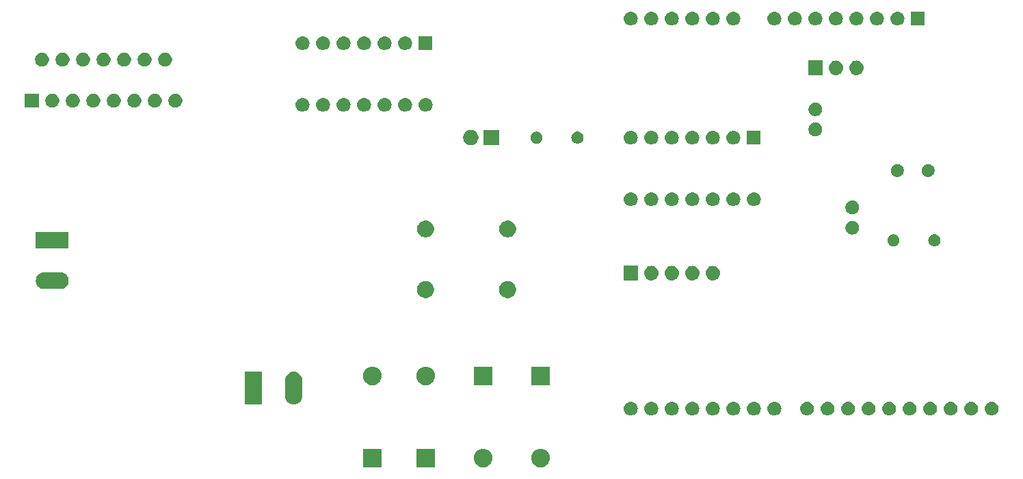
<source format=gbs>
G04 #@! TF.GenerationSoftware,KiCad,Pcbnew,(5.1.2)-2*
G04 #@! TF.CreationDate,2019-11-25T21:46:29-03:00*
G04 #@! TF.ProjectId,Shield_Galileo,53686965-6c64-45f4-9761-6c696c656f2e,rev?*
G04 #@! TF.SameCoordinates,Original*
G04 #@! TF.FileFunction,Soldermask,Bot*
G04 #@! TF.FilePolarity,Negative*
%FSLAX46Y46*%
G04 Gerber Fmt 4.6, Leading zero omitted, Abs format (unit mm)*
G04 Created by KiCad (PCBNEW (5.1.2)-2) date 2019-11-25 21:46:29*
%MOMM*%
%LPD*%
G04 APERTURE LIST*
%ADD10C,0.100000*%
G04 APERTURE END LIST*
D10*
G36*
X115451000Y-134755000D02*
G01*
X113149000Y-134755000D01*
X113149000Y-132453000D01*
X115451000Y-132453000D01*
X115451000Y-134755000D01*
X115451000Y-134755000D01*
G37*
G36*
X128185271Y-132464103D02*
G01*
X128241635Y-132469654D01*
X128458600Y-132535470D01*
X128458602Y-132535471D01*
X128658555Y-132642347D01*
X128833818Y-132786182D01*
X128977653Y-132961445D01*
X129084529Y-133161398D01*
X129150346Y-133378366D01*
X129172569Y-133604000D01*
X129150346Y-133829634D01*
X129084529Y-134046602D01*
X128977653Y-134246555D01*
X128833818Y-134421818D01*
X128658555Y-134565653D01*
X128458602Y-134672529D01*
X128458600Y-134672530D01*
X128241635Y-134738346D01*
X128185271Y-134743897D01*
X128072545Y-134755000D01*
X127959455Y-134755000D01*
X127846729Y-134743897D01*
X127790365Y-134738346D01*
X127573400Y-134672530D01*
X127573398Y-134672529D01*
X127373445Y-134565653D01*
X127198182Y-134421818D01*
X127054347Y-134246555D01*
X126947471Y-134046602D01*
X126881654Y-133829634D01*
X126859431Y-133604000D01*
X126881654Y-133378366D01*
X126947471Y-133161398D01*
X127054347Y-132961445D01*
X127198182Y-132786182D01*
X127373445Y-132642347D01*
X127573398Y-132535471D01*
X127573400Y-132535470D01*
X127790365Y-132469654D01*
X127846729Y-132464103D01*
X127959455Y-132453000D01*
X128072545Y-132453000D01*
X128185271Y-132464103D01*
X128185271Y-132464103D01*
G37*
G36*
X122055000Y-134755000D02*
G01*
X119753000Y-134755000D01*
X119753000Y-132453000D01*
X122055000Y-132453000D01*
X122055000Y-134755000D01*
X122055000Y-134755000D01*
G37*
G36*
X135297271Y-132464103D02*
G01*
X135353635Y-132469654D01*
X135570600Y-132535470D01*
X135570602Y-132535471D01*
X135770555Y-132642347D01*
X135945818Y-132786182D01*
X136089653Y-132961445D01*
X136196529Y-133161398D01*
X136262346Y-133378366D01*
X136284569Y-133604000D01*
X136262346Y-133829634D01*
X136196529Y-134046602D01*
X136089653Y-134246555D01*
X135945818Y-134421818D01*
X135770555Y-134565653D01*
X135570602Y-134672529D01*
X135570600Y-134672530D01*
X135353635Y-134738346D01*
X135297271Y-134743897D01*
X135184545Y-134755000D01*
X135071455Y-134755000D01*
X134958729Y-134743897D01*
X134902365Y-134738346D01*
X134685400Y-134672530D01*
X134685398Y-134672529D01*
X134485445Y-134565653D01*
X134310182Y-134421818D01*
X134166347Y-134246555D01*
X134059471Y-134046602D01*
X133993654Y-133829634D01*
X133971431Y-133604000D01*
X133993654Y-133378366D01*
X134059471Y-133161398D01*
X134166347Y-132961445D01*
X134310182Y-132786182D01*
X134485445Y-132642347D01*
X134685398Y-132535471D01*
X134685400Y-132535470D01*
X134902365Y-132469654D01*
X134958729Y-132464103D01*
X135071455Y-132453000D01*
X135184545Y-132453000D01*
X135297271Y-132464103D01*
X135297271Y-132464103D01*
G37*
G36*
X191170823Y-126669313D02*
G01*
X191331242Y-126717976D01*
X191463906Y-126788886D01*
X191479078Y-126796996D01*
X191608659Y-126903341D01*
X191715004Y-127032922D01*
X191715005Y-127032924D01*
X191794024Y-127180758D01*
X191842687Y-127341177D01*
X191859117Y-127508000D01*
X191842687Y-127674823D01*
X191794024Y-127835242D01*
X191723114Y-127967906D01*
X191715004Y-127983078D01*
X191608659Y-128112659D01*
X191479078Y-128219004D01*
X191479076Y-128219005D01*
X191331242Y-128298024D01*
X191170823Y-128346687D01*
X191045804Y-128359000D01*
X190962196Y-128359000D01*
X190837177Y-128346687D01*
X190676758Y-128298024D01*
X190528924Y-128219005D01*
X190528922Y-128219004D01*
X190399341Y-128112659D01*
X190292996Y-127983078D01*
X190284886Y-127967906D01*
X190213976Y-127835242D01*
X190165313Y-127674823D01*
X190148883Y-127508000D01*
X190165313Y-127341177D01*
X190213976Y-127180758D01*
X190292995Y-127032924D01*
X190292996Y-127032922D01*
X190399341Y-126903341D01*
X190528922Y-126796996D01*
X190544094Y-126788886D01*
X190676758Y-126717976D01*
X190837177Y-126669313D01*
X190962196Y-126657000D01*
X191045804Y-126657000D01*
X191170823Y-126669313D01*
X191170823Y-126669313D01*
G37*
G36*
X188630823Y-126669313D02*
G01*
X188791242Y-126717976D01*
X188923906Y-126788886D01*
X188939078Y-126796996D01*
X189068659Y-126903341D01*
X189175004Y-127032922D01*
X189175005Y-127032924D01*
X189254024Y-127180758D01*
X189302687Y-127341177D01*
X189319117Y-127508000D01*
X189302687Y-127674823D01*
X189254024Y-127835242D01*
X189183114Y-127967906D01*
X189175004Y-127983078D01*
X189068659Y-128112659D01*
X188939078Y-128219004D01*
X188939076Y-128219005D01*
X188791242Y-128298024D01*
X188630823Y-128346687D01*
X188505804Y-128359000D01*
X188422196Y-128359000D01*
X188297177Y-128346687D01*
X188136758Y-128298024D01*
X187988924Y-128219005D01*
X187988922Y-128219004D01*
X187859341Y-128112659D01*
X187752996Y-127983078D01*
X187744886Y-127967906D01*
X187673976Y-127835242D01*
X187625313Y-127674823D01*
X187608883Y-127508000D01*
X187625313Y-127341177D01*
X187673976Y-127180758D01*
X187752995Y-127032924D01*
X187752996Y-127032922D01*
X187859341Y-126903341D01*
X187988922Y-126796996D01*
X188004094Y-126788886D01*
X188136758Y-126717976D01*
X188297177Y-126669313D01*
X188422196Y-126657000D01*
X188505804Y-126657000D01*
X188630823Y-126669313D01*
X188630823Y-126669313D01*
G37*
G36*
X151550823Y-126669313D02*
G01*
X151711242Y-126717976D01*
X151843906Y-126788886D01*
X151859078Y-126796996D01*
X151988659Y-126903341D01*
X152095004Y-127032922D01*
X152095005Y-127032924D01*
X152174024Y-127180758D01*
X152222687Y-127341177D01*
X152239117Y-127508000D01*
X152222687Y-127674823D01*
X152174024Y-127835242D01*
X152103114Y-127967906D01*
X152095004Y-127983078D01*
X151988659Y-128112659D01*
X151859078Y-128219004D01*
X151859076Y-128219005D01*
X151711242Y-128298024D01*
X151550823Y-128346687D01*
X151425804Y-128359000D01*
X151342196Y-128359000D01*
X151217177Y-128346687D01*
X151056758Y-128298024D01*
X150908924Y-128219005D01*
X150908922Y-128219004D01*
X150779341Y-128112659D01*
X150672996Y-127983078D01*
X150664886Y-127967906D01*
X150593976Y-127835242D01*
X150545313Y-127674823D01*
X150528883Y-127508000D01*
X150545313Y-127341177D01*
X150593976Y-127180758D01*
X150672995Y-127032924D01*
X150672996Y-127032922D01*
X150779341Y-126903341D01*
X150908922Y-126796996D01*
X150924094Y-126788886D01*
X151056758Y-126717976D01*
X151217177Y-126669313D01*
X151342196Y-126657000D01*
X151425804Y-126657000D01*
X151550823Y-126669313D01*
X151550823Y-126669313D01*
G37*
G36*
X154090823Y-126669313D02*
G01*
X154251242Y-126717976D01*
X154383906Y-126788886D01*
X154399078Y-126796996D01*
X154528659Y-126903341D01*
X154635004Y-127032922D01*
X154635005Y-127032924D01*
X154714024Y-127180758D01*
X154762687Y-127341177D01*
X154779117Y-127508000D01*
X154762687Y-127674823D01*
X154714024Y-127835242D01*
X154643114Y-127967906D01*
X154635004Y-127983078D01*
X154528659Y-128112659D01*
X154399078Y-128219004D01*
X154399076Y-128219005D01*
X154251242Y-128298024D01*
X154090823Y-128346687D01*
X153965804Y-128359000D01*
X153882196Y-128359000D01*
X153757177Y-128346687D01*
X153596758Y-128298024D01*
X153448924Y-128219005D01*
X153448922Y-128219004D01*
X153319341Y-128112659D01*
X153212996Y-127983078D01*
X153204886Y-127967906D01*
X153133976Y-127835242D01*
X153085313Y-127674823D01*
X153068883Y-127508000D01*
X153085313Y-127341177D01*
X153133976Y-127180758D01*
X153212995Y-127032924D01*
X153212996Y-127032922D01*
X153319341Y-126903341D01*
X153448922Y-126796996D01*
X153464094Y-126788886D01*
X153596758Y-126717976D01*
X153757177Y-126669313D01*
X153882196Y-126657000D01*
X153965804Y-126657000D01*
X154090823Y-126669313D01*
X154090823Y-126669313D01*
G37*
G36*
X156630823Y-126669313D02*
G01*
X156791242Y-126717976D01*
X156923906Y-126788886D01*
X156939078Y-126796996D01*
X157068659Y-126903341D01*
X157175004Y-127032922D01*
X157175005Y-127032924D01*
X157254024Y-127180758D01*
X157302687Y-127341177D01*
X157319117Y-127508000D01*
X157302687Y-127674823D01*
X157254024Y-127835242D01*
X157183114Y-127967906D01*
X157175004Y-127983078D01*
X157068659Y-128112659D01*
X156939078Y-128219004D01*
X156939076Y-128219005D01*
X156791242Y-128298024D01*
X156630823Y-128346687D01*
X156505804Y-128359000D01*
X156422196Y-128359000D01*
X156297177Y-128346687D01*
X156136758Y-128298024D01*
X155988924Y-128219005D01*
X155988922Y-128219004D01*
X155859341Y-128112659D01*
X155752996Y-127983078D01*
X155744886Y-127967906D01*
X155673976Y-127835242D01*
X155625313Y-127674823D01*
X155608883Y-127508000D01*
X155625313Y-127341177D01*
X155673976Y-127180758D01*
X155752995Y-127032924D01*
X155752996Y-127032922D01*
X155859341Y-126903341D01*
X155988922Y-126796996D01*
X156004094Y-126788886D01*
X156136758Y-126717976D01*
X156297177Y-126669313D01*
X156422196Y-126657000D01*
X156505804Y-126657000D01*
X156630823Y-126669313D01*
X156630823Y-126669313D01*
G37*
G36*
X159170823Y-126669313D02*
G01*
X159331242Y-126717976D01*
X159463906Y-126788886D01*
X159479078Y-126796996D01*
X159608659Y-126903341D01*
X159715004Y-127032922D01*
X159715005Y-127032924D01*
X159794024Y-127180758D01*
X159842687Y-127341177D01*
X159859117Y-127508000D01*
X159842687Y-127674823D01*
X159794024Y-127835242D01*
X159723114Y-127967906D01*
X159715004Y-127983078D01*
X159608659Y-128112659D01*
X159479078Y-128219004D01*
X159479076Y-128219005D01*
X159331242Y-128298024D01*
X159170823Y-128346687D01*
X159045804Y-128359000D01*
X158962196Y-128359000D01*
X158837177Y-128346687D01*
X158676758Y-128298024D01*
X158528924Y-128219005D01*
X158528922Y-128219004D01*
X158399341Y-128112659D01*
X158292996Y-127983078D01*
X158284886Y-127967906D01*
X158213976Y-127835242D01*
X158165313Y-127674823D01*
X158148883Y-127508000D01*
X158165313Y-127341177D01*
X158213976Y-127180758D01*
X158292995Y-127032924D01*
X158292996Y-127032922D01*
X158399341Y-126903341D01*
X158528922Y-126796996D01*
X158544094Y-126788886D01*
X158676758Y-126717976D01*
X158837177Y-126669313D01*
X158962196Y-126657000D01*
X159045804Y-126657000D01*
X159170823Y-126669313D01*
X159170823Y-126669313D01*
G37*
G36*
X161710823Y-126669313D02*
G01*
X161871242Y-126717976D01*
X162003906Y-126788886D01*
X162019078Y-126796996D01*
X162148659Y-126903341D01*
X162255004Y-127032922D01*
X162255005Y-127032924D01*
X162334024Y-127180758D01*
X162382687Y-127341177D01*
X162399117Y-127508000D01*
X162382687Y-127674823D01*
X162334024Y-127835242D01*
X162263114Y-127967906D01*
X162255004Y-127983078D01*
X162148659Y-128112659D01*
X162019078Y-128219004D01*
X162019076Y-128219005D01*
X161871242Y-128298024D01*
X161710823Y-128346687D01*
X161585804Y-128359000D01*
X161502196Y-128359000D01*
X161377177Y-128346687D01*
X161216758Y-128298024D01*
X161068924Y-128219005D01*
X161068922Y-128219004D01*
X160939341Y-128112659D01*
X160832996Y-127983078D01*
X160824886Y-127967906D01*
X160753976Y-127835242D01*
X160705313Y-127674823D01*
X160688883Y-127508000D01*
X160705313Y-127341177D01*
X160753976Y-127180758D01*
X160832995Y-127032924D01*
X160832996Y-127032922D01*
X160939341Y-126903341D01*
X161068922Y-126796996D01*
X161084094Y-126788886D01*
X161216758Y-126717976D01*
X161377177Y-126669313D01*
X161502196Y-126657000D01*
X161585804Y-126657000D01*
X161710823Y-126669313D01*
X161710823Y-126669313D01*
G37*
G36*
X164250823Y-126669313D02*
G01*
X164411242Y-126717976D01*
X164543906Y-126788886D01*
X164559078Y-126796996D01*
X164688659Y-126903341D01*
X164795004Y-127032922D01*
X164795005Y-127032924D01*
X164874024Y-127180758D01*
X164922687Y-127341177D01*
X164939117Y-127508000D01*
X164922687Y-127674823D01*
X164874024Y-127835242D01*
X164803114Y-127967906D01*
X164795004Y-127983078D01*
X164688659Y-128112659D01*
X164559078Y-128219004D01*
X164559076Y-128219005D01*
X164411242Y-128298024D01*
X164250823Y-128346687D01*
X164125804Y-128359000D01*
X164042196Y-128359000D01*
X163917177Y-128346687D01*
X163756758Y-128298024D01*
X163608924Y-128219005D01*
X163608922Y-128219004D01*
X163479341Y-128112659D01*
X163372996Y-127983078D01*
X163364886Y-127967906D01*
X163293976Y-127835242D01*
X163245313Y-127674823D01*
X163228883Y-127508000D01*
X163245313Y-127341177D01*
X163293976Y-127180758D01*
X163372995Y-127032924D01*
X163372996Y-127032922D01*
X163479341Y-126903341D01*
X163608922Y-126796996D01*
X163624094Y-126788886D01*
X163756758Y-126717976D01*
X163917177Y-126669313D01*
X164042196Y-126657000D01*
X164125804Y-126657000D01*
X164250823Y-126669313D01*
X164250823Y-126669313D01*
G37*
G36*
X168310823Y-126669313D02*
G01*
X168471242Y-126717976D01*
X168603906Y-126788886D01*
X168619078Y-126796996D01*
X168748659Y-126903341D01*
X168855004Y-127032922D01*
X168855005Y-127032924D01*
X168934024Y-127180758D01*
X168982687Y-127341177D01*
X168999117Y-127508000D01*
X168982687Y-127674823D01*
X168934024Y-127835242D01*
X168863114Y-127967906D01*
X168855004Y-127983078D01*
X168748659Y-128112659D01*
X168619078Y-128219004D01*
X168619076Y-128219005D01*
X168471242Y-128298024D01*
X168310823Y-128346687D01*
X168185804Y-128359000D01*
X168102196Y-128359000D01*
X167977177Y-128346687D01*
X167816758Y-128298024D01*
X167668924Y-128219005D01*
X167668922Y-128219004D01*
X167539341Y-128112659D01*
X167432996Y-127983078D01*
X167424886Y-127967906D01*
X167353976Y-127835242D01*
X167305313Y-127674823D01*
X167288883Y-127508000D01*
X167305313Y-127341177D01*
X167353976Y-127180758D01*
X167432995Y-127032924D01*
X167432996Y-127032922D01*
X167539341Y-126903341D01*
X167668922Y-126796996D01*
X167684094Y-126788886D01*
X167816758Y-126717976D01*
X167977177Y-126669313D01*
X168102196Y-126657000D01*
X168185804Y-126657000D01*
X168310823Y-126669313D01*
X168310823Y-126669313D01*
G37*
G36*
X170850823Y-126669313D02*
G01*
X171011242Y-126717976D01*
X171143906Y-126788886D01*
X171159078Y-126796996D01*
X171288659Y-126903341D01*
X171395004Y-127032922D01*
X171395005Y-127032924D01*
X171474024Y-127180758D01*
X171522687Y-127341177D01*
X171539117Y-127508000D01*
X171522687Y-127674823D01*
X171474024Y-127835242D01*
X171403114Y-127967906D01*
X171395004Y-127983078D01*
X171288659Y-128112659D01*
X171159078Y-128219004D01*
X171159076Y-128219005D01*
X171011242Y-128298024D01*
X170850823Y-128346687D01*
X170725804Y-128359000D01*
X170642196Y-128359000D01*
X170517177Y-128346687D01*
X170356758Y-128298024D01*
X170208924Y-128219005D01*
X170208922Y-128219004D01*
X170079341Y-128112659D01*
X169972996Y-127983078D01*
X169964886Y-127967906D01*
X169893976Y-127835242D01*
X169845313Y-127674823D01*
X169828883Y-127508000D01*
X169845313Y-127341177D01*
X169893976Y-127180758D01*
X169972995Y-127032924D01*
X169972996Y-127032922D01*
X170079341Y-126903341D01*
X170208922Y-126796996D01*
X170224094Y-126788886D01*
X170356758Y-126717976D01*
X170517177Y-126669313D01*
X170642196Y-126657000D01*
X170725804Y-126657000D01*
X170850823Y-126669313D01*
X170850823Y-126669313D01*
G37*
G36*
X173390823Y-126669313D02*
G01*
X173551242Y-126717976D01*
X173683906Y-126788886D01*
X173699078Y-126796996D01*
X173828659Y-126903341D01*
X173935004Y-127032922D01*
X173935005Y-127032924D01*
X174014024Y-127180758D01*
X174062687Y-127341177D01*
X174079117Y-127508000D01*
X174062687Y-127674823D01*
X174014024Y-127835242D01*
X173943114Y-127967906D01*
X173935004Y-127983078D01*
X173828659Y-128112659D01*
X173699078Y-128219004D01*
X173699076Y-128219005D01*
X173551242Y-128298024D01*
X173390823Y-128346687D01*
X173265804Y-128359000D01*
X173182196Y-128359000D01*
X173057177Y-128346687D01*
X172896758Y-128298024D01*
X172748924Y-128219005D01*
X172748922Y-128219004D01*
X172619341Y-128112659D01*
X172512996Y-127983078D01*
X172504886Y-127967906D01*
X172433976Y-127835242D01*
X172385313Y-127674823D01*
X172368883Y-127508000D01*
X172385313Y-127341177D01*
X172433976Y-127180758D01*
X172512995Y-127032924D01*
X172512996Y-127032922D01*
X172619341Y-126903341D01*
X172748922Y-126796996D01*
X172764094Y-126788886D01*
X172896758Y-126717976D01*
X173057177Y-126669313D01*
X173182196Y-126657000D01*
X173265804Y-126657000D01*
X173390823Y-126669313D01*
X173390823Y-126669313D01*
G37*
G36*
X175930823Y-126669313D02*
G01*
X176091242Y-126717976D01*
X176223906Y-126788886D01*
X176239078Y-126796996D01*
X176368659Y-126903341D01*
X176475004Y-127032922D01*
X176475005Y-127032924D01*
X176554024Y-127180758D01*
X176602687Y-127341177D01*
X176619117Y-127508000D01*
X176602687Y-127674823D01*
X176554024Y-127835242D01*
X176483114Y-127967906D01*
X176475004Y-127983078D01*
X176368659Y-128112659D01*
X176239078Y-128219004D01*
X176239076Y-128219005D01*
X176091242Y-128298024D01*
X175930823Y-128346687D01*
X175805804Y-128359000D01*
X175722196Y-128359000D01*
X175597177Y-128346687D01*
X175436758Y-128298024D01*
X175288924Y-128219005D01*
X175288922Y-128219004D01*
X175159341Y-128112659D01*
X175052996Y-127983078D01*
X175044886Y-127967906D01*
X174973976Y-127835242D01*
X174925313Y-127674823D01*
X174908883Y-127508000D01*
X174925313Y-127341177D01*
X174973976Y-127180758D01*
X175052995Y-127032924D01*
X175052996Y-127032922D01*
X175159341Y-126903341D01*
X175288922Y-126796996D01*
X175304094Y-126788886D01*
X175436758Y-126717976D01*
X175597177Y-126669313D01*
X175722196Y-126657000D01*
X175805804Y-126657000D01*
X175930823Y-126669313D01*
X175930823Y-126669313D01*
G37*
G36*
X178470823Y-126669313D02*
G01*
X178631242Y-126717976D01*
X178763906Y-126788886D01*
X178779078Y-126796996D01*
X178908659Y-126903341D01*
X179015004Y-127032922D01*
X179015005Y-127032924D01*
X179094024Y-127180758D01*
X179142687Y-127341177D01*
X179159117Y-127508000D01*
X179142687Y-127674823D01*
X179094024Y-127835242D01*
X179023114Y-127967906D01*
X179015004Y-127983078D01*
X178908659Y-128112659D01*
X178779078Y-128219004D01*
X178779076Y-128219005D01*
X178631242Y-128298024D01*
X178470823Y-128346687D01*
X178345804Y-128359000D01*
X178262196Y-128359000D01*
X178137177Y-128346687D01*
X177976758Y-128298024D01*
X177828924Y-128219005D01*
X177828922Y-128219004D01*
X177699341Y-128112659D01*
X177592996Y-127983078D01*
X177584886Y-127967906D01*
X177513976Y-127835242D01*
X177465313Y-127674823D01*
X177448883Y-127508000D01*
X177465313Y-127341177D01*
X177513976Y-127180758D01*
X177592995Y-127032924D01*
X177592996Y-127032922D01*
X177699341Y-126903341D01*
X177828922Y-126796996D01*
X177844094Y-126788886D01*
X177976758Y-126717976D01*
X178137177Y-126669313D01*
X178262196Y-126657000D01*
X178345804Y-126657000D01*
X178470823Y-126669313D01*
X178470823Y-126669313D01*
G37*
G36*
X181010823Y-126669313D02*
G01*
X181171242Y-126717976D01*
X181303906Y-126788886D01*
X181319078Y-126796996D01*
X181448659Y-126903341D01*
X181555004Y-127032922D01*
X181555005Y-127032924D01*
X181634024Y-127180758D01*
X181682687Y-127341177D01*
X181699117Y-127508000D01*
X181682687Y-127674823D01*
X181634024Y-127835242D01*
X181563114Y-127967906D01*
X181555004Y-127983078D01*
X181448659Y-128112659D01*
X181319078Y-128219004D01*
X181319076Y-128219005D01*
X181171242Y-128298024D01*
X181010823Y-128346687D01*
X180885804Y-128359000D01*
X180802196Y-128359000D01*
X180677177Y-128346687D01*
X180516758Y-128298024D01*
X180368924Y-128219005D01*
X180368922Y-128219004D01*
X180239341Y-128112659D01*
X180132996Y-127983078D01*
X180124886Y-127967906D01*
X180053976Y-127835242D01*
X180005313Y-127674823D01*
X179988883Y-127508000D01*
X180005313Y-127341177D01*
X180053976Y-127180758D01*
X180132995Y-127032924D01*
X180132996Y-127032922D01*
X180239341Y-126903341D01*
X180368922Y-126796996D01*
X180384094Y-126788886D01*
X180516758Y-126717976D01*
X180677177Y-126669313D01*
X180802196Y-126657000D01*
X180885804Y-126657000D01*
X181010823Y-126669313D01*
X181010823Y-126669313D01*
G37*
G36*
X183550823Y-126669313D02*
G01*
X183711242Y-126717976D01*
X183843906Y-126788886D01*
X183859078Y-126796996D01*
X183988659Y-126903341D01*
X184095004Y-127032922D01*
X184095005Y-127032924D01*
X184174024Y-127180758D01*
X184222687Y-127341177D01*
X184239117Y-127508000D01*
X184222687Y-127674823D01*
X184174024Y-127835242D01*
X184103114Y-127967906D01*
X184095004Y-127983078D01*
X183988659Y-128112659D01*
X183859078Y-128219004D01*
X183859076Y-128219005D01*
X183711242Y-128298024D01*
X183550823Y-128346687D01*
X183425804Y-128359000D01*
X183342196Y-128359000D01*
X183217177Y-128346687D01*
X183056758Y-128298024D01*
X182908924Y-128219005D01*
X182908922Y-128219004D01*
X182779341Y-128112659D01*
X182672996Y-127983078D01*
X182664886Y-127967906D01*
X182593976Y-127835242D01*
X182545313Y-127674823D01*
X182528883Y-127508000D01*
X182545313Y-127341177D01*
X182593976Y-127180758D01*
X182672995Y-127032924D01*
X182672996Y-127032922D01*
X182779341Y-126903341D01*
X182908922Y-126796996D01*
X182924094Y-126788886D01*
X183056758Y-126717976D01*
X183217177Y-126669313D01*
X183342196Y-126657000D01*
X183425804Y-126657000D01*
X183550823Y-126669313D01*
X183550823Y-126669313D01*
G37*
G36*
X146470823Y-126669313D02*
G01*
X146631242Y-126717976D01*
X146763906Y-126788886D01*
X146779078Y-126796996D01*
X146908659Y-126903341D01*
X147015004Y-127032922D01*
X147015005Y-127032924D01*
X147094024Y-127180758D01*
X147142687Y-127341177D01*
X147159117Y-127508000D01*
X147142687Y-127674823D01*
X147094024Y-127835242D01*
X147023114Y-127967906D01*
X147015004Y-127983078D01*
X146908659Y-128112659D01*
X146779078Y-128219004D01*
X146779076Y-128219005D01*
X146631242Y-128298024D01*
X146470823Y-128346687D01*
X146345804Y-128359000D01*
X146262196Y-128359000D01*
X146137177Y-128346687D01*
X145976758Y-128298024D01*
X145828924Y-128219005D01*
X145828922Y-128219004D01*
X145699341Y-128112659D01*
X145592996Y-127983078D01*
X145584886Y-127967906D01*
X145513976Y-127835242D01*
X145465313Y-127674823D01*
X145448883Y-127508000D01*
X145465313Y-127341177D01*
X145513976Y-127180758D01*
X145592995Y-127032924D01*
X145592996Y-127032922D01*
X145699341Y-126903341D01*
X145828922Y-126796996D01*
X145844094Y-126788886D01*
X145976758Y-126717976D01*
X146137177Y-126669313D01*
X146262196Y-126657000D01*
X146345804Y-126657000D01*
X146470823Y-126669313D01*
X146470823Y-126669313D01*
G37*
G36*
X149010823Y-126669313D02*
G01*
X149171242Y-126717976D01*
X149303906Y-126788886D01*
X149319078Y-126796996D01*
X149448659Y-126903341D01*
X149555004Y-127032922D01*
X149555005Y-127032924D01*
X149634024Y-127180758D01*
X149682687Y-127341177D01*
X149699117Y-127508000D01*
X149682687Y-127674823D01*
X149634024Y-127835242D01*
X149563114Y-127967906D01*
X149555004Y-127983078D01*
X149448659Y-128112659D01*
X149319078Y-128219004D01*
X149319076Y-128219005D01*
X149171242Y-128298024D01*
X149010823Y-128346687D01*
X148885804Y-128359000D01*
X148802196Y-128359000D01*
X148677177Y-128346687D01*
X148516758Y-128298024D01*
X148368924Y-128219005D01*
X148368922Y-128219004D01*
X148239341Y-128112659D01*
X148132996Y-127983078D01*
X148124886Y-127967906D01*
X148053976Y-127835242D01*
X148005313Y-127674823D01*
X147988883Y-127508000D01*
X148005313Y-127341177D01*
X148053976Y-127180758D01*
X148132995Y-127032924D01*
X148132996Y-127032922D01*
X148239341Y-126903341D01*
X148368922Y-126796996D01*
X148384094Y-126788886D01*
X148516758Y-126717976D01*
X148677177Y-126669313D01*
X148802196Y-126657000D01*
X148885804Y-126657000D01*
X149010823Y-126669313D01*
X149010823Y-126669313D01*
G37*
G36*
X186090823Y-126669313D02*
G01*
X186251242Y-126717976D01*
X186383906Y-126788886D01*
X186399078Y-126796996D01*
X186528659Y-126903341D01*
X186635004Y-127032922D01*
X186635005Y-127032924D01*
X186714024Y-127180758D01*
X186762687Y-127341177D01*
X186779117Y-127508000D01*
X186762687Y-127674823D01*
X186714024Y-127835242D01*
X186643114Y-127967906D01*
X186635004Y-127983078D01*
X186528659Y-128112659D01*
X186399078Y-128219004D01*
X186399076Y-128219005D01*
X186251242Y-128298024D01*
X186090823Y-128346687D01*
X185965804Y-128359000D01*
X185882196Y-128359000D01*
X185757177Y-128346687D01*
X185596758Y-128298024D01*
X185448924Y-128219005D01*
X185448922Y-128219004D01*
X185319341Y-128112659D01*
X185212996Y-127983078D01*
X185204886Y-127967906D01*
X185133976Y-127835242D01*
X185085313Y-127674823D01*
X185068883Y-127508000D01*
X185085313Y-127341177D01*
X185133976Y-127180758D01*
X185212995Y-127032924D01*
X185212996Y-127032922D01*
X185319341Y-126903341D01*
X185448922Y-126796996D01*
X185464094Y-126788886D01*
X185596758Y-126717976D01*
X185757177Y-126669313D01*
X185882196Y-126657000D01*
X185965804Y-126657000D01*
X186090823Y-126669313D01*
X186090823Y-126669313D01*
G37*
G36*
X104772071Y-122952063D02*
G01*
X104968300Y-123011589D01*
X105149146Y-123108253D01*
X105190437Y-123142140D01*
X105307660Y-123238340D01*
X105437748Y-123396855D01*
X105534410Y-123577697D01*
X105534411Y-123577699D01*
X105593937Y-123773928D01*
X105609000Y-123926868D01*
X105609000Y-126009132D01*
X105593937Y-126162072D01*
X105534411Y-126358301D01*
X105534410Y-126358303D01*
X105437748Y-126539145D01*
X105307660Y-126697660D01*
X105149145Y-126827748D01*
X105007720Y-126903341D01*
X104968301Y-126924411D01*
X104772072Y-126983937D01*
X104568000Y-127004036D01*
X104363929Y-126983937D01*
X104167700Y-126924411D01*
X104128281Y-126903341D01*
X103986856Y-126827748D01*
X103828341Y-126697660D01*
X103698253Y-126539145D01*
X103601591Y-126358303D01*
X103601590Y-126358301D01*
X103542064Y-126162072D01*
X103527001Y-126009132D01*
X103527000Y-123926869D01*
X103542063Y-123773929D01*
X103601589Y-123577700D01*
X103698253Y-123396854D01*
X103732140Y-123355563D01*
X103828340Y-123238340D01*
X103986855Y-123108252D01*
X104167697Y-123011590D01*
X104167699Y-123011589D01*
X104363928Y-122952063D01*
X104568000Y-122931964D01*
X104772071Y-122952063D01*
X104772071Y-122952063D01*
G37*
G36*
X100609000Y-126999000D02*
G01*
X98527000Y-126999000D01*
X98527000Y-122937000D01*
X100609000Y-122937000D01*
X100609000Y-126999000D01*
X100609000Y-126999000D01*
G37*
G36*
X136279000Y-124595000D02*
G01*
X133977000Y-124595000D01*
X133977000Y-122293000D01*
X136279000Y-122293000D01*
X136279000Y-124595000D01*
X136279000Y-124595000D01*
G37*
G36*
X129167000Y-124595000D02*
G01*
X126865000Y-124595000D01*
X126865000Y-122293000D01*
X129167000Y-122293000D01*
X129167000Y-124595000D01*
X129167000Y-124595000D01*
G37*
G36*
X121073271Y-122304103D02*
G01*
X121129635Y-122309654D01*
X121346600Y-122375470D01*
X121346602Y-122375471D01*
X121546555Y-122482347D01*
X121721818Y-122626182D01*
X121865653Y-122801445D01*
X121935416Y-122931964D01*
X121972530Y-123001400D01*
X122038346Y-123218365D01*
X122060569Y-123444000D01*
X122038346Y-123669635D01*
X122006709Y-123773929D01*
X121972529Y-123886602D01*
X121865653Y-124086555D01*
X121721818Y-124261818D01*
X121546555Y-124405653D01*
X121346602Y-124512529D01*
X121346600Y-124512530D01*
X121129635Y-124578346D01*
X121073271Y-124583897D01*
X120960545Y-124595000D01*
X120847455Y-124595000D01*
X120734729Y-124583897D01*
X120678365Y-124578346D01*
X120461400Y-124512530D01*
X120461398Y-124512529D01*
X120261445Y-124405653D01*
X120086182Y-124261818D01*
X119942347Y-124086555D01*
X119835471Y-123886602D01*
X119801292Y-123773929D01*
X119769654Y-123669635D01*
X119747431Y-123444000D01*
X119769654Y-123218365D01*
X119835470Y-123001400D01*
X119872584Y-122931964D01*
X119942347Y-122801445D01*
X120086182Y-122626182D01*
X120261445Y-122482347D01*
X120461398Y-122375471D01*
X120461400Y-122375470D01*
X120678365Y-122309654D01*
X120734729Y-122304103D01*
X120847455Y-122293000D01*
X120960545Y-122293000D01*
X121073271Y-122304103D01*
X121073271Y-122304103D01*
G37*
G36*
X114469271Y-122304103D02*
G01*
X114525635Y-122309654D01*
X114742600Y-122375470D01*
X114742602Y-122375471D01*
X114942555Y-122482347D01*
X115117818Y-122626182D01*
X115261653Y-122801445D01*
X115331416Y-122931964D01*
X115368530Y-123001400D01*
X115434346Y-123218365D01*
X115456569Y-123444000D01*
X115434346Y-123669635D01*
X115402709Y-123773929D01*
X115368529Y-123886602D01*
X115261653Y-124086555D01*
X115117818Y-124261818D01*
X114942555Y-124405653D01*
X114742602Y-124512529D01*
X114742600Y-124512530D01*
X114525635Y-124578346D01*
X114469271Y-124583897D01*
X114356545Y-124595000D01*
X114243455Y-124595000D01*
X114130729Y-124583897D01*
X114074365Y-124578346D01*
X113857400Y-124512530D01*
X113857398Y-124512529D01*
X113657445Y-124405653D01*
X113482182Y-124261818D01*
X113338347Y-124086555D01*
X113231471Y-123886602D01*
X113197292Y-123773929D01*
X113165654Y-123669635D01*
X113143431Y-123444000D01*
X113165654Y-123218365D01*
X113231470Y-123001400D01*
X113268584Y-122931964D01*
X113338347Y-122801445D01*
X113482182Y-122626182D01*
X113657445Y-122482347D01*
X113857398Y-122375471D01*
X113857400Y-122375470D01*
X114074365Y-122309654D01*
X114130729Y-122304103D01*
X114243455Y-122293000D01*
X114356545Y-122293000D01*
X114469271Y-122304103D01*
X114469271Y-122304103D01*
G37*
G36*
X121210564Y-111765389D02*
G01*
X121401833Y-111844615D01*
X121401835Y-111844616D01*
X121573973Y-111959635D01*
X121720365Y-112106027D01*
X121824012Y-112261145D01*
X121835385Y-112278167D01*
X121914611Y-112469436D01*
X121955000Y-112672484D01*
X121955000Y-112879516D01*
X121914611Y-113082564D01*
X121835385Y-113273833D01*
X121835384Y-113273835D01*
X121720365Y-113445973D01*
X121573973Y-113592365D01*
X121401835Y-113707384D01*
X121401834Y-113707385D01*
X121401833Y-113707385D01*
X121210564Y-113786611D01*
X121007516Y-113827000D01*
X120800484Y-113827000D01*
X120597436Y-113786611D01*
X120406167Y-113707385D01*
X120406166Y-113707385D01*
X120406165Y-113707384D01*
X120234027Y-113592365D01*
X120087635Y-113445973D01*
X119972616Y-113273835D01*
X119972615Y-113273833D01*
X119893389Y-113082564D01*
X119853000Y-112879516D01*
X119853000Y-112672484D01*
X119893389Y-112469436D01*
X119972615Y-112278167D01*
X119983989Y-112261145D01*
X120087635Y-112106027D01*
X120234027Y-111959635D01*
X120406165Y-111844616D01*
X120406167Y-111844615D01*
X120597436Y-111765389D01*
X120800484Y-111725000D01*
X121007516Y-111725000D01*
X121210564Y-111765389D01*
X121210564Y-111765389D01*
G37*
G36*
X131370564Y-111765389D02*
G01*
X131561833Y-111844615D01*
X131561835Y-111844616D01*
X131733973Y-111959635D01*
X131880365Y-112106027D01*
X131984012Y-112261145D01*
X131995385Y-112278167D01*
X132074611Y-112469436D01*
X132115000Y-112672484D01*
X132115000Y-112879516D01*
X132074611Y-113082564D01*
X131995385Y-113273833D01*
X131995384Y-113273835D01*
X131880365Y-113445973D01*
X131733973Y-113592365D01*
X131561835Y-113707384D01*
X131561834Y-113707385D01*
X131561833Y-113707385D01*
X131370564Y-113786611D01*
X131167516Y-113827000D01*
X130960484Y-113827000D01*
X130757436Y-113786611D01*
X130566167Y-113707385D01*
X130566166Y-113707385D01*
X130566165Y-113707384D01*
X130394027Y-113592365D01*
X130247635Y-113445973D01*
X130132616Y-113273835D01*
X130132615Y-113273833D01*
X130053389Y-113082564D01*
X130013000Y-112879516D01*
X130013000Y-112672484D01*
X130053389Y-112469436D01*
X130132615Y-112278167D01*
X130143989Y-112261145D01*
X130247635Y-112106027D01*
X130394027Y-111959635D01*
X130566165Y-111844616D01*
X130566167Y-111844615D01*
X130757436Y-111765389D01*
X130960484Y-111725000D01*
X131167516Y-111725000D01*
X131370564Y-111765389D01*
X131370564Y-111765389D01*
G37*
G36*
X75768112Y-110644021D02*
G01*
X75870072Y-110654063D01*
X76066301Y-110713589D01*
X76066303Y-110713590D01*
X76247145Y-110810252D01*
X76405660Y-110940340D01*
X76528863Y-111090466D01*
X76535747Y-111098854D01*
X76632411Y-111279699D01*
X76691937Y-111475928D01*
X76712036Y-111680000D01*
X76691937Y-111884072D01*
X76632411Y-112080301D01*
X76632410Y-112080303D01*
X76535748Y-112261145D01*
X76405660Y-112419660D01*
X76247145Y-112549748D01*
X76066303Y-112646410D01*
X76066301Y-112646411D01*
X75870072Y-112705937D01*
X75768112Y-112715979D01*
X75717133Y-112721000D01*
X73634867Y-112721000D01*
X73583888Y-112715979D01*
X73481928Y-112705937D01*
X73285699Y-112646411D01*
X73285697Y-112646410D01*
X73104855Y-112549748D01*
X72946340Y-112419660D01*
X72816252Y-112261145D01*
X72719590Y-112080303D01*
X72719589Y-112080301D01*
X72660063Y-111884072D01*
X72639964Y-111680000D01*
X72660063Y-111475928D01*
X72719589Y-111279699D01*
X72816253Y-111098854D01*
X72823137Y-111090466D01*
X72946340Y-110940340D01*
X73104855Y-110810252D01*
X73285697Y-110713590D01*
X73285699Y-110713589D01*
X73481928Y-110654063D01*
X73583888Y-110644021D01*
X73634867Y-110639000D01*
X75717133Y-110639000D01*
X75768112Y-110644021D01*
X75768112Y-110644021D01*
G37*
G36*
X147205000Y-111645000D02*
G01*
X145403000Y-111645000D01*
X145403000Y-109843000D01*
X147205000Y-109843000D01*
X147205000Y-111645000D01*
X147205000Y-111645000D01*
G37*
G36*
X148954443Y-109849519D02*
G01*
X149020627Y-109856037D01*
X149190466Y-109907557D01*
X149346991Y-109991222D01*
X149382729Y-110020552D01*
X149484186Y-110103814D01*
X149567448Y-110205271D01*
X149596778Y-110241009D01*
X149680443Y-110397534D01*
X149731963Y-110567373D01*
X149749359Y-110744000D01*
X149731963Y-110920627D01*
X149680443Y-111090466D01*
X149680442Y-111090468D01*
X149675959Y-111098855D01*
X149596778Y-111246991D01*
X149569937Y-111279697D01*
X149484186Y-111384186D01*
X149382729Y-111467448D01*
X149346991Y-111496778D01*
X149190466Y-111580443D01*
X149020627Y-111631963D01*
X148954443Y-111638481D01*
X148888260Y-111645000D01*
X148799740Y-111645000D01*
X148733557Y-111638481D01*
X148667373Y-111631963D01*
X148497534Y-111580443D01*
X148341009Y-111496778D01*
X148305271Y-111467448D01*
X148203814Y-111384186D01*
X148118063Y-111279697D01*
X148091222Y-111246991D01*
X148012041Y-111098855D01*
X148007558Y-111090468D01*
X148007557Y-111090466D01*
X147956037Y-110920627D01*
X147938641Y-110744000D01*
X147956037Y-110567373D01*
X148007557Y-110397534D01*
X148091222Y-110241009D01*
X148120552Y-110205271D01*
X148203814Y-110103814D01*
X148305271Y-110020552D01*
X148341009Y-109991222D01*
X148497534Y-109907557D01*
X148667373Y-109856037D01*
X148733557Y-109849519D01*
X148799740Y-109843000D01*
X148888260Y-109843000D01*
X148954443Y-109849519D01*
X148954443Y-109849519D01*
G37*
G36*
X151494443Y-109849519D02*
G01*
X151560627Y-109856037D01*
X151730466Y-109907557D01*
X151886991Y-109991222D01*
X151922729Y-110020552D01*
X152024186Y-110103814D01*
X152107448Y-110205271D01*
X152136778Y-110241009D01*
X152220443Y-110397534D01*
X152271963Y-110567373D01*
X152289359Y-110744000D01*
X152271963Y-110920627D01*
X152220443Y-111090466D01*
X152220442Y-111090468D01*
X152215959Y-111098855D01*
X152136778Y-111246991D01*
X152109937Y-111279697D01*
X152024186Y-111384186D01*
X151922729Y-111467448D01*
X151886991Y-111496778D01*
X151730466Y-111580443D01*
X151560627Y-111631963D01*
X151494443Y-111638481D01*
X151428260Y-111645000D01*
X151339740Y-111645000D01*
X151273557Y-111638481D01*
X151207373Y-111631963D01*
X151037534Y-111580443D01*
X150881009Y-111496778D01*
X150845271Y-111467448D01*
X150743814Y-111384186D01*
X150658063Y-111279697D01*
X150631222Y-111246991D01*
X150552041Y-111098855D01*
X150547558Y-111090468D01*
X150547557Y-111090466D01*
X150496037Y-110920627D01*
X150478641Y-110744000D01*
X150496037Y-110567373D01*
X150547557Y-110397534D01*
X150631222Y-110241009D01*
X150660552Y-110205271D01*
X150743814Y-110103814D01*
X150845271Y-110020552D01*
X150881009Y-109991222D01*
X151037534Y-109907557D01*
X151207373Y-109856037D01*
X151273557Y-109849519D01*
X151339740Y-109843000D01*
X151428260Y-109843000D01*
X151494443Y-109849519D01*
X151494443Y-109849519D01*
G37*
G36*
X156574443Y-109849519D02*
G01*
X156640627Y-109856037D01*
X156810466Y-109907557D01*
X156966991Y-109991222D01*
X157002729Y-110020552D01*
X157104186Y-110103814D01*
X157187448Y-110205271D01*
X157216778Y-110241009D01*
X157300443Y-110397534D01*
X157351963Y-110567373D01*
X157369359Y-110744000D01*
X157351963Y-110920627D01*
X157300443Y-111090466D01*
X157300442Y-111090468D01*
X157295959Y-111098855D01*
X157216778Y-111246991D01*
X157189937Y-111279697D01*
X157104186Y-111384186D01*
X157002729Y-111467448D01*
X156966991Y-111496778D01*
X156810466Y-111580443D01*
X156640627Y-111631963D01*
X156574443Y-111638481D01*
X156508260Y-111645000D01*
X156419740Y-111645000D01*
X156353557Y-111638481D01*
X156287373Y-111631963D01*
X156117534Y-111580443D01*
X155961009Y-111496778D01*
X155925271Y-111467448D01*
X155823814Y-111384186D01*
X155738063Y-111279697D01*
X155711222Y-111246991D01*
X155632041Y-111098855D01*
X155627558Y-111090468D01*
X155627557Y-111090466D01*
X155576037Y-110920627D01*
X155558641Y-110744000D01*
X155576037Y-110567373D01*
X155627557Y-110397534D01*
X155711222Y-110241009D01*
X155740552Y-110205271D01*
X155823814Y-110103814D01*
X155925271Y-110020552D01*
X155961009Y-109991222D01*
X156117534Y-109907557D01*
X156287373Y-109856037D01*
X156353557Y-109849519D01*
X156419740Y-109843000D01*
X156508260Y-109843000D01*
X156574443Y-109849519D01*
X156574443Y-109849519D01*
G37*
G36*
X154034443Y-109849519D02*
G01*
X154100627Y-109856037D01*
X154270466Y-109907557D01*
X154426991Y-109991222D01*
X154462729Y-110020552D01*
X154564186Y-110103814D01*
X154647448Y-110205271D01*
X154676778Y-110241009D01*
X154760443Y-110397534D01*
X154811963Y-110567373D01*
X154829359Y-110744000D01*
X154811963Y-110920627D01*
X154760443Y-111090466D01*
X154760442Y-111090468D01*
X154755959Y-111098855D01*
X154676778Y-111246991D01*
X154649937Y-111279697D01*
X154564186Y-111384186D01*
X154462729Y-111467448D01*
X154426991Y-111496778D01*
X154270466Y-111580443D01*
X154100627Y-111631963D01*
X154034443Y-111638481D01*
X153968260Y-111645000D01*
X153879740Y-111645000D01*
X153813557Y-111638481D01*
X153747373Y-111631963D01*
X153577534Y-111580443D01*
X153421009Y-111496778D01*
X153385271Y-111467448D01*
X153283814Y-111384186D01*
X153198063Y-111279697D01*
X153171222Y-111246991D01*
X153092041Y-111098855D01*
X153087558Y-111090468D01*
X153087557Y-111090466D01*
X153036037Y-110920627D01*
X153018641Y-110744000D01*
X153036037Y-110567373D01*
X153087557Y-110397534D01*
X153171222Y-110241009D01*
X153200552Y-110205271D01*
X153283814Y-110103814D01*
X153385271Y-110020552D01*
X153421009Y-109991222D01*
X153577534Y-109907557D01*
X153747373Y-109856037D01*
X153813557Y-109849519D01*
X153879740Y-109843000D01*
X153968260Y-109843000D01*
X154034443Y-109849519D01*
X154034443Y-109849519D01*
G37*
G36*
X76707000Y-107721000D02*
G01*
X72645000Y-107721000D01*
X72645000Y-105639000D01*
X76707000Y-105639000D01*
X76707000Y-107721000D01*
X76707000Y-107721000D01*
G37*
G36*
X183969665Y-105932622D02*
G01*
X184043222Y-105939867D01*
X184184786Y-105982810D01*
X184315252Y-106052546D01*
X184345040Y-106076992D01*
X184429607Y-106146393D01*
X184499008Y-106230960D01*
X184523454Y-106260748D01*
X184593190Y-106391214D01*
X184636133Y-106532778D01*
X184650633Y-106680000D01*
X184636133Y-106827222D01*
X184593190Y-106968786D01*
X184523454Y-107099252D01*
X184499008Y-107129040D01*
X184429607Y-107213607D01*
X184369004Y-107263341D01*
X184315252Y-107307454D01*
X184184786Y-107377190D01*
X184043222Y-107420133D01*
X183969665Y-107427378D01*
X183932888Y-107431000D01*
X183859112Y-107431000D01*
X183822335Y-107427378D01*
X183748778Y-107420133D01*
X183607214Y-107377190D01*
X183476748Y-107307454D01*
X183422996Y-107263341D01*
X183362393Y-107213607D01*
X183292992Y-107129040D01*
X183268546Y-107099252D01*
X183198810Y-106968786D01*
X183155867Y-106827222D01*
X183141367Y-106680000D01*
X183155867Y-106532778D01*
X183198810Y-106391214D01*
X183268546Y-106260748D01*
X183292992Y-106230960D01*
X183362393Y-106146393D01*
X183446960Y-106076992D01*
X183476748Y-106052546D01*
X183607214Y-105982810D01*
X183748778Y-105939867D01*
X183822335Y-105932622D01*
X183859112Y-105929000D01*
X183932888Y-105929000D01*
X183969665Y-105932622D01*
X183969665Y-105932622D01*
G37*
G36*
X179035059Y-105957860D02*
G01*
X179095294Y-105982810D01*
X179171732Y-106014472D01*
X179294735Y-106096660D01*
X179399340Y-106201265D01*
X179481528Y-106324268D01*
X179538140Y-106460941D01*
X179567000Y-106606033D01*
X179567000Y-106753967D01*
X179538140Y-106899059D01*
X179481528Y-107035732D01*
X179399340Y-107158735D01*
X179294735Y-107263340D01*
X179171732Y-107345528D01*
X179171731Y-107345529D01*
X179171730Y-107345529D01*
X179035059Y-107402140D01*
X178889968Y-107431000D01*
X178742032Y-107431000D01*
X178596941Y-107402140D01*
X178460270Y-107345529D01*
X178460269Y-107345529D01*
X178460268Y-107345528D01*
X178337265Y-107263340D01*
X178232660Y-107158735D01*
X178150472Y-107035732D01*
X178093860Y-106899059D01*
X178065000Y-106753967D01*
X178065000Y-106606033D01*
X178093860Y-106460941D01*
X178150472Y-106324268D01*
X178232660Y-106201265D01*
X178337265Y-106096660D01*
X178460268Y-106014472D01*
X178536707Y-105982810D01*
X178596941Y-105957860D01*
X178742032Y-105929000D01*
X178889968Y-105929000D01*
X179035059Y-105957860D01*
X179035059Y-105957860D01*
G37*
G36*
X121210564Y-104265389D02*
G01*
X121401833Y-104344615D01*
X121401835Y-104344616D01*
X121427630Y-104361852D01*
X121573973Y-104459635D01*
X121720365Y-104606027D01*
X121835385Y-104778167D01*
X121914611Y-104969436D01*
X121955000Y-105172484D01*
X121955000Y-105379516D01*
X121914611Y-105582564D01*
X121883165Y-105658481D01*
X121835384Y-105773835D01*
X121720365Y-105945973D01*
X121573973Y-106092365D01*
X121401835Y-106207384D01*
X121401834Y-106207385D01*
X121401833Y-106207385D01*
X121210564Y-106286611D01*
X121007516Y-106327000D01*
X120800484Y-106327000D01*
X120597436Y-106286611D01*
X120406167Y-106207385D01*
X120406166Y-106207385D01*
X120406165Y-106207384D01*
X120234027Y-106092365D01*
X120087635Y-105945973D01*
X119972616Y-105773835D01*
X119924835Y-105658481D01*
X119893389Y-105582564D01*
X119853000Y-105379516D01*
X119853000Y-105172484D01*
X119893389Y-104969436D01*
X119972615Y-104778167D01*
X120087635Y-104606027D01*
X120234027Y-104459635D01*
X120380370Y-104361852D01*
X120406165Y-104344616D01*
X120406167Y-104344615D01*
X120597436Y-104265389D01*
X120800484Y-104225000D01*
X121007516Y-104225000D01*
X121210564Y-104265389D01*
X121210564Y-104265389D01*
G37*
G36*
X131370564Y-104265389D02*
G01*
X131561833Y-104344615D01*
X131561835Y-104344616D01*
X131587630Y-104361852D01*
X131733973Y-104459635D01*
X131880365Y-104606027D01*
X131995385Y-104778167D01*
X132074611Y-104969436D01*
X132115000Y-105172484D01*
X132115000Y-105379516D01*
X132074611Y-105582564D01*
X132043165Y-105658481D01*
X131995384Y-105773835D01*
X131880365Y-105945973D01*
X131733973Y-106092365D01*
X131561835Y-106207384D01*
X131561834Y-106207385D01*
X131561833Y-106207385D01*
X131370564Y-106286611D01*
X131167516Y-106327000D01*
X130960484Y-106327000D01*
X130757436Y-106286611D01*
X130566167Y-106207385D01*
X130566166Y-106207385D01*
X130566165Y-106207384D01*
X130394027Y-106092365D01*
X130247635Y-105945973D01*
X130132616Y-105773835D01*
X130084835Y-105658481D01*
X130053389Y-105582564D01*
X130013000Y-105379516D01*
X130013000Y-105172484D01*
X130053389Y-104969436D01*
X130132615Y-104778167D01*
X130247635Y-104606027D01*
X130394027Y-104459635D01*
X130540370Y-104361852D01*
X130566165Y-104344616D01*
X130566167Y-104344615D01*
X130757436Y-104265389D01*
X130960484Y-104225000D01*
X131167516Y-104225000D01*
X131370564Y-104265389D01*
X131370564Y-104265389D01*
G37*
G36*
X173984228Y-104297703D02*
G01*
X174139100Y-104361853D01*
X174278481Y-104454985D01*
X174397015Y-104573519D01*
X174490147Y-104712900D01*
X174554297Y-104867772D01*
X174587000Y-105032184D01*
X174587000Y-105199816D01*
X174554297Y-105364228D01*
X174490147Y-105519100D01*
X174397015Y-105658481D01*
X174278481Y-105777015D01*
X174139100Y-105870147D01*
X173984228Y-105934297D01*
X173819816Y-105967000D01*
X173652184Y-105967000D01*
X173487772Y-105934297D01*
X173332900Y-105870147D01*
X173193519Y-105777015D01*
X173074985Y-105658481D01*
X172981853Y-105519100D01*
X172917703Y-105364228D01*
X172885000Y-105199816D01*
X172885000Y-105032184D01*
X172917703Y-104867772D01*
X172981853Y-104712900D01*
X173074985Y-104573519D01*
X173193519Y-104454985D01*
X173332900Y-104361853D01*
X173487772Y-104297703D01*
X173652184Y-104265000D01*
X173819816Y-104265000D01*
X173984228Y-104297703D01*
X173984228Y-104297703D01*
G37*
G36*
X173984228Y-101797703D02*
G01*
X174139100Y-101861853D01*
X174278481Y-101954985D01*
X174397015Y-102073519D01*
X174490147Y-102212900D01*
X174554297Y-102367772D01*
X174587000Y-102532184D01*
X174587000Y-102699816D01*
X174554297Y-102864228D01*
X174490147Y-103019100D01*
X174397015Y-103158481D01*
X174278481Y-103277015D01*
X174139100Y-103370147D01*
X173984228Y-103434297D01*
X173819816Y-103467000D01*
X173652184Y-103467000D01*
X173487772Y-103434297D01*
X173332900Y-103370147D01*
X173193519Y-103277015D01*
X173074985Y-103158481D01*
X172981853Y-103019100D01*
X172917703Y-102864228D01*
X172885000Y-102699816D01*
X172885000Y-102532184D01*
X172917703Y-102367772D01*
X172981853Y-102212900D01*
X173074985Y-102073519D01*
X173193519Y-101954985D01*
X173332900Y-101861853D01*
X173487772Y-101797703D01*
X173652184Y-101765000D01*
X173819816Y-101765000D01*
X173984228Y-101797703D01*
X173984228Y-101797703D01*
G37*
G36*
X161710823Y-100761313D02*
G01*
X161871242Y-100809976D01*
X162003906Y-100880886D01*
X162019078Y-100888996D01*
X162148659Y-100995341D01*
X162255004Y-101124922D01*
X162255005Y-101124924D01*
X162334024Y-101272758D01*
X162382687Y-101433177D01*
X162399117Y-101600000D01*
X162382687Y-101766823D01*
X162334024Y-101927242D01*
X162319195Y-101954985D01*
X162255004Y-102075078D01*
X162148659Y-102204659D01*
X162019078Y-102311004D01*
X162019076Y-102311005D01*
X161871242Y-102390024D01*
X161710823Y-102438687D01*
X161585804Y-102451000D01*
X161502196Y-102451000D01*
X161377177Y-102438687D01*
X161216758Y-102390024D01*
X161068924Y-102311005D01*
X161068922Y-102311004D01*
X160939341Y-102204659D01*
X160832996Y-102075078D01*
X160768805Y-101954985D01*
X160753976Y-101927242D01*
X160705313Y-101766823D01*
X160688883Y-101600000D01*
X160705313Y-101433177D01*
X160753976Y-101272758D01*
X160832995Y-101124924D01*
X160832996Y-101124922D01*
X160939341Y-100995341D01*
X161068922Y-100888996D01*
X161084094Y-100880886D01*
X161216758Y-100809976D01*
X161377177Y-100761313D01*
X161502196Y-100749000D01*
X161585804Y-100749000D01*
X161710823Y-100761313D01*
X161710823Y-100761313D01*
G37*
G36*
X159170823Y-100761313D02*
G01*
X159331242Y-100809976D01*
X159463906Y-100880886D01*
X159479078Y-100888996D01*
X159608659Y-100995341D01*
X159715004Y-101124922D01*
X159715005Y-101124924D01*
X159794024Y-101272758D01*
X159842687Y-101433177D01*
X159859117Y-101600000D01*
X159842687Y-101766823D01*
X159794024Y-101927242D01*
X159779195Y-101954985D01*
X159715004Y-102075078D01*
X159608659Y-102204659D01*
X159479078Y-102311004D01*
X159479076Y-102311005D01*
X159331242Y-102390024D01*
X159170823Y-102438687D01*
X159045804Y-102451000D01*
X158962196Y-102451000D01*
X158837177Y-102438687D01*
X158676758Y-102390024D01*
X158528924Y-102311005D01*
X158528922Y-102311004D01*
X158399341Y-102204659D01*
X158292996Y-102075078D01*
X158228805Y-101954985D01*
X158213976Y-101927242D01*
X158165313Y-101766823D01*
X158148883Y-101600000D01*
X158165313Y-101433177D01*
X158213976Y-101272758D01*
X158292995Y-101124924D01*
X158292996Y-101124922D01*
X158399341Y-100995341D01*
X158528922Y-100888996D01*
X158544094Y-100880886D01*
X158676758Y-100809976D01*
X158837177Y-100761313D01*
X158962196Y-100749000D01*
X159045804Y-100749000D01*
X159170823Y-100761313D01*
X159170823Y-100761313D01*
G37*
G36*
X156630823Y-100761313D02*
G01*
X156791242Y-100809976D01*
X156923906Y-100880886D01*
X156939078Y-100888996D01*
X157068659Y-100995341D01*
X157175004Y-101124922D01*
X157175005Y-101124924D01*
X157254024Y-101272758D01*
X157302687Y-101433177D01*
X157319117Y-101600000D01*
X157302687Y-101766823D01*
X157254024Y-101927242D01*
X157239195Y-101954985D01*
X157175004Y-102075078D01*
X157068659Y-102204659D01*
X156939078Y-102311004D01*
X156939076Y-102311005D01*
X156791242Y-102390024D01*
X156630823Y-102438687D01*
X156505804Y-102451000D01*
X156422196Y-102451000D01*
X156297177Y-102438687D01*
X156136758Y-102390024D01*
X155988924Y-102311005D01*
X155988922Y-102311004D01*
X155859341Y-102204659D01*
X155752996Y-102075078D01*
X155688805Y-101954985D01*
X155673976Y-101927242D01*
X155625313Y-101766823D01*
X155608883Y-101600000D01*
X155625313Y-101433177D01*
X155673976Y-101272758D01*
X155752995Y-101124924D01*
X155752996Y-101124922D01*
X155859341Y-100995341D01*
X155988922Y-100888996D01*
X156004094Y-100880886D01*
X156136758Y-100809976D01*
X156297177Y-100761313D01*
X156422196Y-100749000D01*
X156505804Y-100749000D01*
X156630823Y-100761313D01*
X156630823Y-100761313D01*
G37*
G36*
X154090823Y-100761313D02*
G01*
X154251242Y-100809976D01*
X154383906Y-100880886D01*
X154399078Y-100888996D01*
X154528659Y-100995341D01*
X154635004Y-101124922D01*
X154635005Y-101124924D01*
X154714024Y-101272758D01*
X154762687Y-101433177D01*
X154779117Y-101600000D01*
X154762687Y-101766823D01*
X154714024Y-101927242D01*
X154699195Y-101954985D01*
X154635004Y-102075078D01*
X154528659Y-102204659D01*
X154399078Y-102311004D01*
X154399076Y-102311005D01*
X154251242Y-102390024D01*
X154090823Y-102438687D01*
X153965804Y-102451000D01*
X153882196Y-102451000D01*
X153757177Y-102438687D01*
X153596758Y-102390024D01*
X153448924Y-102311005D01*
X153448922Y-102311004D01*
X153319341Y-102204659D01*
X153212996Y-102075078D01*
X153148805Y-101954985D01*
X153133976Y-101927242D01*
X153085313Y-101766823D01*
X153068883Y-101600000D01*
X153085313Y-101433177D01*
X153133976Y-101272758D01*
X153212995Y-101124924D01*
X153212996Y-101124922D01*
X153319341Y-100995341D01*
X153448922Y-100888996D01*
X153464094Y-100880886D01*
X153596758Y-100809976D01*
X153757177Y-100761313D01*
X153882196Y-100749000D01*
X153965804Y-100749000D01*
X154090823Y-100761313D01*
X154090823Y-100761313D01*
G37*
G36*
X151550823Y-100761313D02*
G01*
X151711242Y-100809976D01*
X151843906Y-100880886D01*
X151859078Y-100888996D01*
X151988659Y-100995341D01*
X152095004Y-101124922D01*
X152095005Y-101124924D01*
X152174024Y-101272758D01*
X152222687Y-101433177D01*
X152239117Y-101600000D01*
X152222687Y-101766823D01*
X152174024Y-101927242D01*
X152159195Y-101954985D01*
X152095004Y-102075078D01*
X151988659Y-102204659D01*
X151859078Y-102311004D01*
X151859076Y-102311005D01*
X151711242Y-102390024D01*
X151550823Y-102438687D01*
X151425804Y-102451000D01*
X151342196Y-102451000D01*
X151217177Y-102438687D01*
X151056758Y-102390024D01*
X150908924Y-102311005D01*
X150908922Y-102311004D01*
X150779341Y-102204659D01*
X150672996Y-102075078D01*
X150608805Y-101954985D01*
X150593976Y-101927242D01*
X150545313Y-101766823D01*
X150528883Y-101600000D01*
X150545313Y-101433177D01*
X150593976Y-101272758D01*
X150672995Y-101124924D01*
X150672996Y-101124922D01*
X150779341Y-100995341D01*
X150908922Y-100888996D01*
X150924094Y-100880886D01*
X151056758Y-100809976D01*
X151217177Y-100761313D01*
X151342196Y-100749000D01*
X151425804Y-100749000D01*
X151550823Y-100761313D01*
X151550823Y-100761313D01*
G37*
G36*
X149010823Y-100761313D02*
G01*
X149171242Y-100809976D01*
X149303906Y-100880886D01*
X149319078Y-100888996D01*
X149448659Y-100995341D01*
X149555004Y-101124922D01*
X149555005Y-101124924D01*
X149634024Y-101272758D01*
X149682687Y-101433177D01*
X149699117Y-101600000D01*
X149682687Y-101766823D01*
X149634024Y-101927242D01*
X149619195Y-101954985D01*
X149555004Y-102075078D01*
X149448659Y-102204659D01*
X149319078Y-102311004D01*
X149319076Y-102311005D01*
X149171242Y-102390024D01*
X149010823Y-102438687D01*
X148885804Y-102451000D01*
X148802196Y-102451000D01*
X148677177Y-102438687D01*
X148516758Y-102390024D01*
X148368924Y-102311005D01*
X148368922Y-102311004D01*
X148239341Y-102204659D01*
X148132996Y-102075078D01*
X148068805Y-101954985D01*
X148053976Y-101927242D01*
X148005313Y-101766823D01*
X147988883Y-101600000D01*
X148005313Y-101433177D01*
X148053976Y-101272758D01*
X148132995Y-101124924D01*
X148132996Y-101124922D01*
X148239341Y-100995341D01*
X148368922Y-100888996D01*
X148384094Y-100880886D01*
X148516758Y-100809976D01*
X148677177Y-100761313D01*
X148802196Y-100749000D01*
X148885804Y-100749000D01*
X149010823Y-100761313D01*
X149010823Y-100761313D01*
G37*
G36*
X146470823Y-100761313D02*
G01*
X146631242Y-100809976D01*
X146763906Y-100880886D01*
X146779078Y-100888996D01*
X146908659Y-100995341D01*
X147015004Y-101124922D01*
X147015005Y-101124924D01*
X147094024Y-101272758D01*
X147142687Y-101433177D01*
X147159117Y-101600000D01*
X147142687Y-101766823D01*
X147094024Y-101927242D01*
X147079195Y-101954985D01*
X147015004Y-102075078D01*
X146908659Y-102204659D01*
X146779078Y-102311004D01*
X146779076Y-102311005D01*
X146631242Y-102390024D01*
X146470823Y-102438687D01*
X146345804Y-102451000D01*
X146262196Y-102451000D01*
X146137177Y-102438687D01*
X145976758Y-102390024D01*
X145828924Y-102311005D01*
X145828922Y-102311004D01*
X145699341Y-102204659D01*
X145592996Y-102075078D01*
X145528805Y-101954985D01*
X145513976Y-101927242D01*
X145465313Y-101766823D01*
X145448883Y-101600000D01*
X145465313Y-101433177D01*
X145513976Y-101272758D01*
X145592995Y-101124924D01*
X145592996Y-101124922D01*
X145699341Y-100995341D01*
X145828922Y-100888996D01*
X145844094Y-100880886D01*
X145976758Y-100809976D01*
X146137177Y-100761313D01*
X146262196Y-100749000D01*
X146345804Y-100749000D01*
X146470823Y-100761313D01*
X146470823Y-100761313D01*
G37*
G36*
X183357642Y-97273781D02*
G01*
X183503414Y-97334162D01*
X183503416Y-97334163D01*
X183634608Y-97421822D01*
X183746178Y-97533392D01*
X183833837Y-97664584D01*
X183833838Y-97664586D01*
X183894219Y-97810358D01*
X183925000Y-97965107D01*
X183925000Y-98122893D01*
X183894219Y-98277642D01*
X183833838Y-98423414D01*
X183833837Y-98423416D01*
X183746178Y-98554608D01*
X183634608Y-98666178D01*
X183503416Y-98753837D01*
X183503415Y-98753838D01*
X183503414Y-98753838D01*
X183357642Y-98814219D01*
X183202893Y-98845000D01*
X183045107Y-98845000D01*
X182890358Y-98814219D01*
X182744586Y-98753838D01*
X182744585Y-98753838D01*
X182744584Y-98753837D01*
X182613392Y-98666178D01*
X182501822Y-98554608D01*
X182414163Y-98423416D01*
X182414162Y-98423414D01*
X182353781Y-98277642D01*
X182323000Y-98122893D01*
X182323000Y-97965107D01*
X182353781Y-97810358D01*
X182414162Y-97664586D01*
X182414163Y-97664584D01*
X182501822Y-97533392D01*
X182613392Y-97421822D01*
X182744584Y-97334163D01*
X182744586Y-97334162D01*
X182890358Y-97273781D01*
X183045107Y-97243000D01*
X183202893Y-97243000D01*
X183357642Y-97273781D01*
X183357642Y-97273781D01*
G37*
G36*
X179557642Y-97273781D02*
G01*
X179703414Y-97334162D01*
X179703416Y-97334163D01*
X179834608Y-97421822D01*
X179946178Y-97533392D01*
X180033837Y-97664584D01*
X180033838Y-97664586D01*
X180094219Y-97810358D01*
X180125000Y-97965107D01*
X180125000Y-98122893D01*
X180094219Y-98277642D01*
X180033838Y-98423414D01*
X180033837Y-98423416D01*
X179946178Y-98554608D01*
X179834608Y-98666178D01*
X179703416Y-98753837D01*
X179703415Y-98753838D01*
X179703414Y-98753838D01*
X179557642Y-98814219D01*
X179402893Y-98845000D01*
X179245107Y-98845000D01*
X179090358Y-98814219D01*
X178944586Y-98753838D01*
X178944585Y-98753838D01*
X178944584Y-98753837D01*
X178813392Y-98666178D01*
X178701822Y-98554608D01*
X178614163Y-98423416D01*
X178614162Y-98423414D01*
X178553781Y-98277642D01*
X178523000Y-98122893D01*
X178523000Y-97965107D01*
X178553781Y-97810358D01*
X178614162Y-97664586D01*
X178614163Y-97664584D01*
X178701822Y-97533392D01*
X178813392Y-97421822D01*
X178944584Y-97334163D01*
X178944586Y-97334162D01*
X179090358Y-97273781D01*
X179245107Y-97243000D01*
X179402893Y-97243000D01*
X179557642Y-97273781D01*
X179557642Y-97273781D01*
G37*
G36*
X129983000Y-94931000D02*
G01*
X128081000Y-94931000D01*
X128081000Y-93029000D01*
X129983000Y-93029000D01*
X129983000Y-94931000D01*
X129983000Y-94931000D01*
G37*
G36*
X126769395Y-93065546D02*
G01*
X126942466Y-93137234D01*
X126948572Y-93141314D01*
X127098227Y-93241310D01*
X127230690Y-93373773D01*
X127279213Y-93446393D01*
X127334766Y-93529534D01*
X127406454Y-93702605D01*
X127443000Y-93886333D01*
X127443000Y-94073667D01*
X127406454Y-94257395D01*
X127334766Y-94430466D01*
X127315877Y-94458735D01*
X127230690Y-94586227D01*
X127098227Y-94718690D01*
X127021400Y-94770024D01*
X126942466Y-94822766D01*
X126769395Y-94894454D01*
X126585667Y-94931000D01*
X126398333Y-94931000D01*
X126214605Y-94894454D01*
X126041534Y-94822766D01*
X125962600Y-94770024D01*
X125885773Y-94718690D01*
X125753310Y-94586227D01*
X125668123Y-94458735D01*
X125649234Y-94430466D01*
X125577546Y-94257395D01*
X125541000Y-94073667D01*
X125541000Y-93886333D01*
X125577546Y-93702605D01*
X125649234Y-93529534D01*
X125704787Y-93446393D01*
X125753310Y-93373773D01*
X125885773Y-93241310D01*
X126035428Y-93141314D01*
X126041534Y-93137234D01*
X126214605Y-93065546D01*
X126398333Y-93029000D01*
X126585667Y-93029000D01*
X126769395Y-93065546D01*
X126769395Y-93065546D01*
G37*
G36*
X151550823Y-93141313D02*
G01*
X151711242Y-93189976D01*
X151804581Y-93239867D01*
X151859078Y-93268996D01*
X151988659Y-93375341D01*
X152095004Y-93504922D01*
X152095005Y-93504924D01*
X152174024Y-93652758D01*
X152222687Y-93813177D01*
X152239117Y-93980000D01*
X152222687Y-94146823D01*
X152174024Y-94307242D01*
X152108159Y-94430466D01*
X152095004Y-94455078D01*
X151988659Y-94584659D01*
X151859078Y-94691004D01*
X151859076Y-94691005D01*
X151711242Y-94770024D01*
X151550823Y-94818687D01*
X151425804Y-94831000D01*
X151342196Y-94831000D01*
X151217177Y-94818687D01*
X151056758Y-94770024D01*
X150908924Y-94691005D01*
X150908922Y-94691004D01*
X150779341Y-94584659D01*
X150672996Y-94455078D01*
X150659841Y-94430466D01*
X150593976Y-94307242D01*
X150545313Y-94146823D01*
X150528883Y-93980000D01*
X150545313Y-93813177D01*
X150593976Y-93652758D01*
X150672995Y-93504924D01*
X150672996Y-93504922D01*
X150779341Y-93375341D01*
X150908922Y-93268996D01*
X150963419Y-93239867D01*
X151056758Y-93189976D01*
X151217177Y-93141313D01*
X151342196Y-93129000D01*
X151425804Y-93129000D01*
X151550823Y-93141313D01*
X151550823Y-93141313D01*
G37*
G36*
X146470823Y-93141313D02*
G01*
X146631242Y-93189976D01*
X146724581Y-93239867D01*
X146779078Y-93268996D01*
X146908659Y-93375341D01*
X147015004Y-93504922D01*
X147015005Y-93504924D01*
X147094024Y-93652758D01*
X147142687Y-93813177D01*
X147159117Y-93980000D01*
X147142687Y-94146823D01*
X147094024Y-94307242D01*
X147028159Y-94430466D01*
X147015004Y-94455078D01*
X146908659Y-94584659D01*
X146779078Y-94691004D01*
X146779076Y-94691005D01*
X146631242Y-94770024D01*
X146470823Y-94818687D01*
X146345804Y-94831000D01*
X146262196Y-94831000D01*
X146137177Y-94818687D01*
X145976758Y-94770024D01*
X145828924Y-94691005D01*
X145828922Y-94691004D01*
X145699341Y-94584659D01*
X145592996Y-94455078D01*
X145579841Y-94430466D01*
X145513976Y-94307242D01*
X145465313Y-94146823D01*
X145448883Y-93980000D01*
X145465313Y-93813177D01*
X145513976Y-93652758D01*
X145592995Y-93504924D01*
X145592996Y-93504922D01*
X145699341Y-93375341D01*
X145828922Y-93268996D01*
X145883419Y-93239867D01*
X145976758Y-93189976D01*
X146137177Y-93141313D01*
X146262196Y-93129000D01*
X146345804Y-93129000D01*
X146470823Y-93141313D01*
X146470823Y-93141313D01*
G37*
G36*
X154090823Y-93141313D02*
G01*
X154251242Y-93189976D01*
X154344581Y-93239867D01*
X154399078Y-93268996D01*
X154528659Y-93375341D01*
X154635004Y-93504922D01*
X154635005Y-93504924D01*
X154714024Y-93652758D01*
X154762687Y-93813177D01*
X154779117Y-93980000D01*
X154762687Y-94146823D01*
X154714024Y-94307242D01*
X154648159Y-94430466D01*
X154635004Y-94455078D01*
X154528659Y-94584659D01*
X154399078Y-94691004D01*
X154399076Y-94691005D01*
X154251242Y-94770024D01*
X154090823Y-94818687D01*
X153965804Y-94831000D01*
X153882196Y-94831000D01*
X153757177Y-94818687D01*
X153596758Y-94770024D01*
X153448924Y-94691005D01*
X153448922Y-94691004D01*
X153319341Y-94584659D01*
X153212996Y-94455078D01*
X153199841Y-94430466D01*
X153133976Y-94307242D01*
X153085313Y-94146823D01*
X153068883Y-93980000D01*
X153085313Y-93813177D01*
X153133976Y-93652758D01*
X153212995Y-93504924D01*
X153212996Y-93504922D01*
X153319341Y-93375341D01*
X153448922Y-93268996D01*
X153503419Y-93239867D01*
X153596758Y-93189976D01*
X153757177Y-93141313D01*
X153882196Y-93129000D01*
X153965804Y-93129000D01*
X154090823Y-93141313D01*
X154090823Y-93141313D01*
G37*
G36*
X156630823Y-93141313D02*
G01*
X156791242Y-93189976D01*
X156884581Y-93239867D01*
X156939078Y-93268996D01*
X157068659Y-93375341D01*
X157175004Y-93504922D01*
X157175005Y-93504924D01*
X157254024Y-93652758D01*
X157302687Y-93813177D01*
X157319117Y-93980000D01*
X157302687Y-94146823D01*
X157254024Y-94307242D01*
X157188159Y-94430466D01*
X157175004Y-94455078D01*
X157068659Y-94584659D01*
X156939078Y-94691004D01*
X156939076Y-94691005D01*
X156791242Y-94770024D01*
X156630823Y-94818687D01*
X156505804Y-94831000D01*
X156422196Y-94831000D01*
X156297177Y-94818687D01*
X156136758Y-94770024D01*
X155988924Y-94691005D01*
X155988922Y-94691004D01*
X155859341Y-94584659D01*
X155752996Y-94455078D01*
X155739841Y-94430466D01*
X155673976Y-94307242D01*
X155625313Y-94146823D01*
X155608883Y-93980000D01*
X155625313Y-93813177D01*
X155673976Y-93652758D01*
X155752995Y-93504924D01*
X155752996Y-93504922D01*
X155859341Y-93375341D01*
X155988922Y-93268996D01*
X156043419Y-93239867D01*
X156136758Y-93189976D01*
X156297177Y-93141313D01*
X156422196Y-93129000D01*
X156505804Y-93129000D01*
X156630823Y-93141313D01*
X156630823Y-93141313D01*
G37*
G36*
X162395000Y-94831000D02*
G01*
X160693000Y-94831000D01*
X160693000Y-93129000D01*
X162395000Y-93129000D01*
X162395000Y-94831000D01*
X162395000Y-94831000D01*
G37*
G36*
X149010823Y-93141313D02*
G01*
X149171242Y-93189976D01*
X149264581Y-93239867D01*
X149319078Y-93268996D01*
X149448659Y-93375341D01*
X149555004Y-93504922D01*
X149555005Y-93504924D01*
X149634024Y-93652758D01*
X149682687Y-93813177D01*
X149699117Y-93980000D01*
X149682687Y-94146823D01*
X149634024Y-94307242D01*
X149568159Y-94430466D01*
X149555004Y-94455078D01*
X149448659Y-94584659D01*
X149319078Y-94691004D01*
X149319076Y-94691005D01*
X149171242Y-94770024D01*
X149010823Y-94818687D01*
X148885804Y-94831000D01*
X148802196Y-94831000D01*
X148677177Y-94818687D01*
X148516758Y-94770024D01*
X148368924Y-94691005D01*
X148368922Y-94691004D01*
X148239341Y-94584659D01*
X148132996Y-94455078D01*
X148119841Y-94430466D01*
X148053976Y-94307242D01*
X148005313Y-94146823D01*
X147988883Y-93980000D01*
X148005313Y-93813177D01*
X148053976Y-93652758D01*
X148132995Y-93504924D01*
X148132996Y-93504922D01*
X148239341Y-93375341D01*
X148368922Y-93268996D01*
X148423419Y-93239867D01*
X148516758Y-93189976D01*
X148677177Y-93141313D01*
X148802196Y-93129000D01*
X148885804Y-93129000D01*
X149010823Y-93141313D01*
X149010823Y-93141313D01*
G37*
G36*
X159170823Y-93141313D02*
G01*
X159331242Y-93189976D01*
X159424581Y-93239867D01*
X159479078Y-93268996D01*
X159608659Y-93375341D01*
X159715004Y-93504922D01*
X159715005Y-93504924D01*
X159794024Y-93652758D01*
X159842687Y-93813177D01*
X159859117Y-93980000D01*
X159842687Y-94146823D01*
X159794024Y-94307242D01*
X159728159Y-94430466D01*
X159715004Y-94455078D01*
X159608659Y-94584659D01*
X159479078Y-94691004D01*
X159479076Y-94691005D01*
X159331242Y-94770024D01*
X159170823Y-94818687D01*
X159045804Y-94831000D01*
X158962196Y-94831000D01*
X158837177Y-94818687D01*
X158676758Y-94770024D01*
X158528924Y-94691005D01*
X158528922Y-94691004D01*
X158399341Y-94584659D01*
X158292996Y-94455078D01*
X158279841Y-94430466D01*
X158213976Y-94307242D01*
X158165313Y-94146823D01*
X158148883Y-93980000D01*
X158165313Y-93813177D01*
X158213976Y-93652758D01*
X158292995Y-93504924D01*
X158292996Y-93504922D01*
X158399341Y-93375341D01*
X158528922Y-93268996D01*
X158583419Y-93239867D01*
X158676758Y-93189976D01*
X158837177Y-93141313D01*
X158962196Y-93129000D01*
X159045804Y-93129000D01*
X159170823Y-93141313D01*
X159170823Y-93141313D01*
G37*
G36*
X134839059Y-93257860D02*
G01*
X134899294Y-93282810D01*
X134975732Y-93314472D01*
X135098735Y-93396660D01*
X135203340Y-93501265D01*
X135285528Y-93624268D01*
X135285529Y-93624270D01*
X135342140Y-93760941D01*
X135346388Y-93782295D01*
X135371000Y-93906033D01*
X135371000Y-94053967D01*
X135342140Y-94199059D01*
X135285528Y-94335732D01*
X135203340Y-94458735D01*
X135098735Y-94563340D01*
X134975732Y-94645528D01*
X134975731Y-94645529D01*
X134975730Y-94645529D01*
X134839059Y-94702140D01*
X134693968Y-94731000D01*
X134546032Y-94731000D01*
X134400941Y-94702140D01*
X134264270Y-94645529D01*
X134264269Y-94645529D01*
X134264268Y-94645528D01*
X134141265Y-94563340D01*
X134036660Y-94458735D01*
X133954472Y-94335732D01*
X133897860Y-94199059D01*
X133869000Y-94053967D01*
X133869000Y-93906033D01*
X133893613Y-93782295D01*
X133897860Y-93760941D01*
X133954471Y-93624270D01*
X133954472Y-93624268D01*
X134036660Y-93501265D01*
X134141265Y-93396660D01*
X134264268Y-93314472D01*
X134340707Y-93282810D01*
X134400941Y-93257860D01*
X134546032Y-93229000D01*
X134693968Y-93229000D01*
X134839059Y-93257860D01*
X134839059Y-93257860D01*
G37*
G36*
X139773665Y-93232622D02*
G01*
X139847222Y-93239867D01*
X139988786Y-93282810D01*
X140119252Y-93352546D01*
X140147028Y-93375341D01*
X140233607Y-93446393D01*
X140301837Y-93529534D01*
X140327454Y-93560748D01*
X140397190Y-93691214D01*
X140440133Y-93832778D01*
X140454633Y-93980000D01*
X140440133Y-94127222D01*
X140397190Y-94268786D01*
X140327454Y-94399252D01*
X140303008Y-94429040D01*
X140233607Y-94513607D01*
X140173004Y-94563341D01*
X140119252Y-94607454D01*
X139988786Y-94677190D01*
X139847222Y-94720133D01*
X139773665Y-94727378D01*
X139736888Y-94731000D01*
X139663112Y-94731000D01*
X139626335Y-94727378D01*
X139552778Y-94720133D01*
X139411214Y-94677190D01*
X139280748Y-94607454D01*
X139226996Y-94563341D01*
X139166393Y-94513607D01*
X139096992Y-94429040D01*
X139072546Y-94399252D01*
X139002810Y-94268786D01*
X138959867Y-94127222D01*
X138945367Y-93980000D01*
X138959867Y-93832778D01*
X139002810Y-93691214D01*
X139072546Y-93560748D01*
X139098163Y-93529534D01*
X139166393Y-93446393D01*
X139252972Y-93375341D01*
X139280748Y-93352546D01*
X139411214Y-93282810D01*
X139552778Y-93239867D01*
X139626335Y-93232622D01*
X139663112Y-93229000D01*
X139736888Y-93229000D01*
X139773665Y-93232622D01*
X139773665Y-93232622D01*
G37*
G36*
X169412228Y-92145703D02*
G01*
X169567100Y-92209853D01*
X169706481Y-92302985D01*
X169825015Y-92421519D01*
X169918147Y-92560900D01*
X169982297Y-92715772D01*
X170015000Y-92880184D01*
X170015000Y-93047816D01*
X169982297Y-93212228D01*
X169918147Y-93367100D01*
X169825015Y-93506481D01*
X169706481Y-93625015D01*
X169567100Y-93718147D01*
X169412228Y-93782297D01*
X169247816Y-93815000D01*
X169080184Y-93815000D01*
X168915772Y-93782297D01*
X168760900Y-93718147D01*
X168621519Y-93625015D01*
X168502985Y-93506481D01*
X168409853Y-93367100D01*
X168345703Y-93212228D01*
X168313000Y-93047816D01*
X168313000Y-92880184D01*
X168345703Y-92715772D01*
X168409853Y-92560900D01*
X168502985Y-92421519D01*
X168621519Y-92302985D01*
X168760900Y-92209853D01*
X168915772Y-92145703D01*
X169080184Y-92113000D01*
X169247816Y-92113000D01*
X169412228Y-92145703D01*
X169412228Y-92145703D01*
G37*
G36*
X169412228Y-89645703D02*
G01*
X169567100Y-89709853D01*
X169706481Y-89802985D01*
X169825015Y-89921519D01*
X169918147Y-90060900D01*
X169982297Y-90215772D01*
X170015000Y-90380184D01*
X170015000Y-90547816D01*
X169982297Y-90712228D01*
X169918147Y-90867100D01*
X169825015Y-91006481D01*
X169706481Y-91125015D01*
X169567100Y-91218147D01*
X169412228Y-91282297D01*
X169247816Y-91315000D01*
X169080184Y-91315000D01*
X168915772Y-91282297D01*
X168760900Y-91218147D01*
X168621519Y-91125015D01*
X168502985Y-91006481D01*
X168409853Y-90867100D01*
X168345703Y-90712228D01*
X168313000Y-90547816D01*
X168313000Y-90380184D01*
X168345703Y-90215772D01*
X168409853Y-90060900D01*
X168502985Y-89921519D01*
X168621519Y-89802985D01*
X168760900Y-89709853D01*
X168915772Y-89645703D01*
X169080184Y-89613000D01*
X169247816Y-89613000D01*
X169412228Y-89645703D01*
X169412228Y-89645703D01*
G37*
G36*
X110910823Y-89077313D02*
G01*
X111071242Y-89125976D01*
X111129014Y-89156856D01*
X111219078Y-89204996D01*
X111348659Y-89311341D01*
X111455004Y-89440922D01*
X111455005Y-89440924D01*
X111534024Y-89588758D01*
X111582687Y-89749177D01*
X111599117Y-89916000D01*
X111582687Y-90082823D01*
X111534024Y-90243242D01*
X111520256Y-90269000D01*
X111455004Y-90391078D01*
X111348659Y-90520659D01*
X111219078Y-90627004D01*
X111219076Y-90627005D01*
X111071242Y-90706024D01*
X110910823Y-90754687D01*
X110785804Y-90767000D01*
X110702196Y-90767000D01*
X110577177Y-90754687D01*
X110416758Y-90706024D01*
X110268924Y-90627005D01*
X110268922Y-90627004D01*
X110139341Y-90520659D01*
X110032996Y-90391078D01*
X109967744Y-90269000D01*
X109953976Y-90243242D01*
X109905313Y-90082823D01*
X109888883Y-89916000D01*
X109905313Y-89749177D01*
X109953976Y-89588758D01*
X110032995Y-89440924D01*
X110032996Y-89440922D01*
X110139341Y-89311341D01*
X110268922Y-89204996D01*
X110358986Y-89156856D01*
X110416758Y-89125976D01*
X110577177Y-89077313D01*
X110702196Y-89065000D01*
X110785804Y-89065000D01*
X110910823Y-89077313D01*
X110910823Y-89077313D01*
G37*
G36*
X113450823Y-89077313D02*
G01*
X113611242Y-89125976D01*
X113669014Y-89156856D01*
X113759078Y-89204996D01*
X113888659Y-89311341D01*
X113995004Y-89440922D01*
X113995005Y-89440924D01*
X114074024Y-89588758D01*
X114122687Y-89749177D01*
X114139117Y-89916000D01*
X114122687Y-90082823D01*
X114074024Y-90243242D01*
X114060256Y-90269000D01*
X113995004Y-90391078D01*
X113888659Y-90520659D01*
X113759078Y-90627004D01*
X113759076Y-90627005D01*
X113611242Y-90706024D01*
X113450823Y-90754687D01*
X113325804Y-90767000D01*
X113242196Y-90767000D01*
X113117177Y-90754687D01*
X112956758Y-90706024D01*
X112808924Y-90627005D01*
X112808922Y-90627004D01*
X112679341Y-90520659D01*
X112572996Y-90391078D01*
X112507744Y-90269000D01*
X112493976Y-90243242D01*
X112445313Y-90082823D01*
X112428883Y-89916000D01*
X112445313Y-89749177D01*
X112493976Y-89588758D01*
X112572995Y-89440924D01*
X112572996Y-89440922D01*
X112679341Y-89311341D01*
X112808922Y-89204996D01*
X112898986Y-89156856D01*
X112956758Y-89125976D01*
X113117177Y-89077313D01*
X113242196Y-89065000D01*
X113325804Y-89065000D01*
X113450823Y-89077313D01*
X113450823Y-89077313D01*
G37*
G36*
X115990823Y-89077313D02*
G01*
X116151242Y-89125976D01*
X116209014Y-89156856D01*
X116299078Y-89204996D01*
X116428659Y-89311341D01*
X116535004Y-89440922D01*
X116535005Y-89440924D01*
X116614024Y-89588758D01*
X116662687Y-89749177D01*
X116679117Y-89916000D01*
X116662687Y-90082823D01*
X116614024Y-90243242D01*
X116600256Y-90269000D01*
X116535004Y-90391078D01*
X116428659Y-90520659D01*
X116299078Y-90627004D01*
X116299076Y-90627005D01*
X116151242Y-90706024D01*
X115990823Y-90754687D01*
X115865804Y-90767000D01*
X115782196Y-90767000D01*
X115657177Y-90754687D01*
X115496758Y-90706024D01*
X115348924Y-90627005D01*
X115348922Y-90627004D01*
X115219341Y-90520659D01*
X115112996Y-90391078D01*
X115047744Y-90269000D01*
X115033976Y-90243242D01*
X114985313Y-90082823D01*
X114968883Y-89916000D01*
X114985313Y-89749177D01*
X115033976Y-89588758D01*
X115112995Y-89440924D01*
X115112996Y-89440922D01*
X115219341Y-89311341D01*
X115348922Y-89204996D01*
X115438986Y-89156856D01*
X115496758Y-89125976D01*
X115657177Y-89077313D01*
X115782196Y-89065000D01*
X115865804Y-89065000D01*
X115990823Y-89077313D01*
X115990823Y-89077313D01*
G37*
G36*
X118530823Y-89077313D02*
G01*
X118691242Y-89125976D01*
X118749014Y-89156856D01*
X118839078Y-89204996D01*
X118968659Y-89311341D01*
X119075004Y-89440922D01*
X119075005Y-89440924D01*
X119154024Y-89588758D01*
X119202687Y-89749177D01*
X119219117Y-89916000D01*
X119202687Y-90082823D01*
X119154024Y-90243242D01*
X119140256Y-90269000D01*
X119075004Y-90391078D01*
X118968659Y-90520659D01*
X118839078Y-90627004D01*
X118839076Y-90627005D01*
X118691242Y-90706024D01*
X118530823Y-90754687D01*
X118405804Y-90767000D01*
X118322196Y-90767000D01*
X118197177Y-90754687D01*
X118036758Y-90706024D01*
X117888924Y-90627005D01*
X117888922Y-90627004D01*
X117759341Y-90520659D01*
X117652996Y-90391078D01*
X117587744Y-90269000D01*
X117573976Y-90243242D01*
X117525313Y-90082823D01*
X117508883Y-89916000D01*
X117525313Y-89749177D01*
X117573976Y-89588758D01*
X117652995Y-89440924D01*
X117652996Y-89440922D01*
X117759341Y-89311341D01*
X117888922Y-89204996D01*
X117978986Y-89156856D01*
X118036758Y-89125976D01*
X118197177Y-89077313D01*
X118322196Y-89065000D01*
X118405804Y-89065000D01*
X118530823Y-89077313D01*
X118530823Y-89077313D01*
G37*
G36*
X121070823Y-89077313D02*
G01*
X121231242Y-89125976D01*
X121289014Y-89156856D01*
X121379078Y-89204996D01*
X121508659Y-89311341D01*
X121615004Y-89440922D01*
X121615005Y-89440924D01*
X121694024Y-89588758D01*
X121742687Y-89749177D01*
X121759117Y-89916000D01*
X121742687Y-90082823D01*
X121694024Y-90243242D01*
X121680256Y-90269000D01*
X121615004Y-90391078D01*
X121508659Y-90520659D01*
X121379078Y-90627004D01*
X121379076Y-90627005D01*
X121231242Y-90706024D01*
X121070823Y-90754687D01*
X120945804Y-90767000D01*
X120862196Y-90767000D01*
X120737177Y-90754687D01*
X120576758Y-90706024D01*
X120428924Y-90627005D01*
X120428922Y-90627004D01*
X120299341Y-90520659D01*
X120192996Y-90391078D01*
X120127744Y-90269000D01*
X120113976Y-90243242D01*
X120065313Y-90082823D01*
X120048883Y-89916000D01*
X120065313Y-89749177D01*
X120113976Y-89588758D01*
X120192995Y-89440924D01*
X120192996Y-89440922D01*
X120299341Y-89311341D01*
X120428922Y-89204996D01*
X120518986Y-89156856D01*
X120576758Y-89125976D01*
X120737177Y-89077313D01*
X120862196Y-89065000D01*
X120945804Y-89065000D01*
X121070823Y-89077313D01*
X121070823Y-89077313D01*
G37*
G36*
X108370823Y-89077313D02*
G01*
X108531242Y-89125976D01*
X108589014Y-89156856D01*
X108679078Y-89204996D01*
X108808659Y-89311341D01*
X108915004Y-89440922D01*
X108915005Y-89440924D01*
X108994024Y-89588758D01*
X109042687Y-89749177D01*
X109059117Y-89916000D01*
X109042687Y-90082823D01*
X108994024Y-90243242D01*
X108980256Y-90269000D01*
X108915004Y-90391078D01*
X108808659Y-90520659D01*
X108679078Y-90627004D01*
X108679076Y-90627005D01*
X108531242Y-90706024D01*
X108370823Y-90754687D01*
X108245804Y-90767000D01*
X108162196Y-90767000D01*
X108037177Y-90754687D01*
X107876758Y-90706024D01*
X107728924Y-90627005D01*
X107728922Y-90627004D01*
X107599341Y-90520659D01*
X107492996Y-90391078D01*
X107427744Y-90269000D01*
X107413976Y-90243242D01*
X107365313Y-90082823D01*
X107348883Y-89916000D01*
X107365313Y-89749177D01*
X107413976Y-89588758D01*
X107492995Y-89440924D01*
X107492996Y-89440922D01*
X107599341Y-89311341D01*
X107728922Y-89204996D01*
X107818986Y-89156856D01*
X107876758Y-89125976D01*
X108037177Y-89077313D01*
X108162196Y-89065000D01*
X108245804Y-89065000D01*
X108370823Y-89077313D01*
X108370823Y-89077313D01*
G37*
G36*
X105830823Y-89077313D02*
G01*
X105991242Y-89125976D01*
X106049014Y-89156856D01*
X106139078Y-89204996D01*
X106268659Y-89311341D01*
X106375004Y-89440922D01*
X106375005Y-89440924D01*
X106454024Y-89588758D01*
X106502687Y-89749177D01*
X106519117Y-89916000D01*
X106502687Y-90082823D01*
X106454024Y-90243242D01*
X106440256Y-90269000D01*
X106375004Y-90391078D01*
X106268659Y-90520659D01*
X106139078Y-90627004D01*
X106139076Y-90627005D01*
X105991242Y-90706024D01*
X105830823Y-90754687D01*
X105705804Y-90767000D01*
X105622196Y-90767000D01*
X105497177Y-90754687D01*
X105336758Y-90706024D01*
X105188924Y-90627005D01*
X105188922Y-90627004D01*
X105059341Y-90520659D01*
X104952996Y-90391078D01*
X104887744Y-90269000D01*
X104873976Y-90243242D01*
X104825313Y-90082823D01*
X104808883Y-89916000D01*
X104825313Y-89749177D01*
X104873976Y-89588758D01*
X104952995Y-89440924D01*
X104952996Y-89440922D01*
X105059341Y-89311341D01*
X105188922Y-89204996D01*
X105278986Y-89156856D01*
X105336758Y-89125976D01*
X105497177Y-89077313D01*
X105622196Y-89065000D01*
X105705804Y-89065000D01*
X105830823Y-89077313D01*
X105830823Y-89077313D01*
G37*
G36*
X72997000Y-90269000D02*
G01*
X71275000Y-90269000D01*
X71275000Y-88547000D01*
X72997000Y-88547000D01*
X72997000Y-90269000D01*
X72997000Y-90269000D01*
G37*
G36*
X90167143Y-88580087D02*
G01*
X90323838Y-88644992D01*
X90464853Y-88739215D01*
X90584785Y-88859147D01*
X90679008Y-89000162D01*
X90743913Y-89156857D01*
X90777000Y-89323198D01*
X90777000Y-89492802D01*
X90743913Y-89659143D01*
X90679008Y-89815838D01*
X90584785Y-89956853D01*
X90464853Y-90076785D01*
X90323838Y-90171008D01*
X90167143Y-90235913D01*
X90000802Y-90269000D01*
X89831198Y-90269000D01*
X89664857Y-90235913D01*
X89508162Y-90171008D01*
X89367147Y-90076785D01*
X89247215Y-89956853D01*
X89152992Y-89815838D01*
X89088087Y-89659143D01*
X89055000Y-89492802D01*
X89055000Y-89323198D01*
X89088087Y-89156857D01*
X89152992Y-89000162D01*
X89247215Y-88859147D01*
X89367147Y-88739215D01*
X89508162Y-88644992D01*
X89664857Y-88580087D01*
X89831198Y-88547000D01*
X90000802Y-88547000D01*
X90167143Y-88580087D01*
X90167143Y-88580087D01*
G37*
G36*
X87627143Y-88580087D02*
G01*
X87783838Y-88644992D01*
X87924853Y-88739215D01*
X88044785Y-88859147D01*
X88139008Y-89000162D01*
X88203913Y-89156857D01*
X88237000Y-89323198D01*
X88237000Y-89492802D01*
X88203913Y-89659143D01*
X88139008Y-89815838D01*
X88044785Y-89956853D01*
X87924853Y-90076785D01*
X87783838Y-90171008D01*
X87627143Y-90235913D01*
X87460802Y-90269000D01*
X87291198Y-90269000D01*
X87124857Y-90235913D01*
X86968162Y-90171008D01*
X86827147Y-90076785D01*
X86707215Y-89956853D01*
X86612992Y-89815838D01*
X86548087Y-89659143D01*
X86515000Y-89492802D01*
X86515000Y-89323198D01*
X86548087Y-89156857D01*
X86612992Y-89000162D01*
X86707215Y-88859147D01*
X86827147Y-88739215D01*
X86968162Y-88644992D01*
X87124857Y-88580087D01*
X87291198Y-88547000D01*
X87460802Y-88547000D01*
X87627143Y-88580087D01*
X87627143Y-88580087D01*
G37*
G36*
X77467143Y-88580087D02*
G01*
X77623838Y-88644992D01*
X77764853Y-88739215D01*
X77884785Y-88859147D01*
X77979008Y-89000162D01*
X78043913Y-89156857D01*
X78077000Y-89323198D01*
X78077000Y-89492802D01*
X78043913Y-89659143D01*
X77979008Y-89815838D01*
X77884785Y-89956853D01*
X77764853Y-90076785D01*
X77623838Y-90171008D01*
X77467143Y-90235913D01*
X77300802Y-90269000D01*
X77131198Y-90269000D01*
X76964857Y-90235913D01*
X76808162Y-90171008D01*
X76667147Y-90076785D01*
X76547215Y-89956853D01*
X76452992Y-89815838D01*
X76388087Y-89659143D01*
X76355000Y-89492802D01*
X76355000Y-89323198D01*
X76388087Y-89156857D01*
X76452992Y-89000162D01*
X76547215Y-88859147D01*
X76667147Y-88739215D01*
X76808162Y-88644992D01*
X76964857Y-88580087D01*
X77131198Y-88547000D01*
X77300802Y-88547000D01*
X77467143Y-88580087D01*
X77467143Y-88580087D01*
G37*
G36*
X85087143Y-88580087D02*
G01*
X85243838Y-88644992D01*
X85384853Y-88739215D01*
X85504785Y-88859147D01*
X85599008Y-89000162D01*
X85663913Y-89156857D01*
X85697000Y-89323198D01*
X85697000Y-89492802D01*
X85663913Y-89659143D01*
X85599008Y-89815838D01*
X85504785Y-89956853D01*
X85384853Y-90076785D01*
X85243838Y-90171008D01*
X85087143Y-90235913D01*
X84920802Y-90269000D01*
X84751198Y-90269000D01*
X84584857Y-90235913D01*
X84428162Y-90171008D01*
X84287147Y-90076785D01*
X84167215Y-89956853D01*
X84072992Y-89815838D01*
X84008087Y-89659143D01*
X83975000Y-89492802D01*
X83975000Y-89323198D01*
X84008087Y-89156857D01*
X84072992Y-89000162D01*
X84167215Y-88859147D01*
X84287147Y-88739215D01*
X84428162Y-88644992D01*
X84584857Y-88580087D01*
X84751198Y-88547000D01*
X84920802Y-88547000D01*
X85087143Y-88580087D01*
X85087143Y-88580087D01*
G37*
G36*
X82547143Y-88580087D02*
G01*
X82703838Y-88644992D01*
X82844853Y-88739215D01*
X82964785Y-88859147D01*
X83059008Y-89000162D01*
X83123913Y-89156857D01*
X83157000Y-89323198D01*
X83157000Y-89492802D01*
X83123913Y-89659143D01*
X83059008Y-89815838D01*
X82964785Y-89956853D01*
X82844853Y-90076785D01*
X82703838Y-90171008D01*
X82547143Y-90235913D01*
X82380802Y-90269000D01*
X82211198Y-90269000D01*
X82044857Y-90235913D01*
X81888162Y-90171008D01*
X81747147Y-90076785D01*
X81627215Y-89956853D01*
X81532992Y-89815838D01*
X81468087Y-89659143D01*
X81435000Y-89492802D01*
X81435000Y-89323198D01*
X81468087Y-89156857D01*
X81532992Y-89000162D01*
X81627215Y-88859147D01*
X81747147Y-88739215D01*
X81888162Y-88644992D01*
X82044857Y-88580087D01*
X82211198Y-88547000D01*
X82380802Y-88547000D01*
X82547143Y-88580087D01*
X82547143Y-88580087D01*
G37*
G36*
X80007143Y-88580087D02*
G01*
X80163838Y-88644992D01*
X80304853Y-88739215D01*
X80424785Y-88859147D01*
X80519008Y-89000162D01*
X80583913Y-89156857D01*
X80617000Y-89323198D01*
X80617000Y-89492802D01*
X80583913Y-89659143D01*
X80519008Y-89815838D01*
X80424785Y-89956853D01*
X80304853Y-90076785D01*
X80163838Y-90171008D01*
X80007143Y-90235913D01*
X79840802Y-90269000D01*
X79671198Y-90269000D01*
X79504857Y-90235913D01*
X79348162Y-90171008D01*
X79207147Y-90076785D01*
X79087215Y-89956853D01*
X78992992Y-89815838D01*
X78928087Y-89659143D01*
X78895000Y-89492802D01*
X78895000Y-89323198D01*
X78928087Y-89156857D01*
X78992992Y-89000162D01*
X79087215Y-88859147D01*
X79207147Y-88739215D01*
X79348162Y-88644992D01*
X79504857Y-88580087D01*
X79671198Y-88547000D01*
X79840802Y-88547000D01*
X80007143Y-88580087D01*
X80007143Y-88580087D01*
G37*
G36*
X74927143Y-88580087D02*
G01*
X75083838Y-88644992D01*
X75224853Y-88739215D01*
X75344785Y-88859147D01*
X75439008Y-89000162D01*
X75503913Y-89156857D01*
X75537000Y-89323198D01*
X75537000Y-89492802D01*
X75503913Y-89659143D01*
X75439008Y-89815838D01*
X75344785Y-89956853D01*
X75224853Y-90076785D01*
X75083838Y-90171008D01*
X74927143Y-90235913D01*
X74760802Y-90269000D01*
X74591198Y-90269000D01*
X74424857Y-90235913D01*
X74268162Y-90171008D01*
X74127147Y-90076785D01*
X74007215Y-89956853D01*
X73912992Y-89815838D01*
X73848087Y-89659143D01*
X73815000Y-89492802D01*
X73815000Y-89323198D01*
X73848087Y-89156857D01*
X73912992Y-89000162D01*
X74007215Y-88859147D01*
X74127147Y-88739215D01*
X74268162Y-88644992D01*
X74424857Y-88580087D01*
X74591198Y-88547000D01*
X74760802Y-88547000D01*
X74927143Y-88580087D01*
X74927143Y-88580087D01*
G37*
G36*
X170065000Y-86245000D02*
G01*
X168263000Y-86245000D01*
X168263000Y-84443000D01*
X170065000Y-84443000D01*
X170065000Y-86245000D01*
X170065000Y-86245000D01*
G37*
G36*
X171814442Y-84449518D02*
G01*
X171880627Y-84456037D01*
X172050466Y-84507557D01*
X172206991Y-84591222D01*
X172242729Y-84620552D01*
X172344186Y-84703814D01*
X172427448Y-84805271D01*
X172456778Y-84841009D01*
X172540443Y-84997534D01*
X172591963Y-85167373D01*
X172609359Y-85344000D01*
X172591963Y-85520627D01*
X172540443Y-85690466D01*
X172456778Y-85846991D01*
X172427448Y-85882729D01*
X172344186Y-85984186D01*
X172242729Y-86067448D01*
X172206991Y-86096778D01*
X172050466Y-86180443D01*
X171880627Y-86231963D01*
X171814442Y-86238482D01*
X171748260Y-86245000D01*
X171659740Y-86245000D01*
X171593558Y-86238482D01*
X171527373Y-86231963D01*
X171357534Y-86180443D01*
X171201009Y-86096778D01*
X171165271Y-86067448D01*
X171063814Y-85984186D01*
X170980552Y-85882729D01*
X170951222Y-85846991D01*
X170867557Y-85690466D01*
X170816037Y-85520627D01*
X170798641Y-85344000D01*
X170816037Y-85167373D01*
X170867557Y-84997534D01*
X170951222Y-84841009D01*
X170980552Y-84805271D01*
X171063814Y-84703814D01*
X171165271Y-84620552D01*
X171201009Y-84591222D01*
X171357534Y-84507557D01*
X171527373Y-84456037D01*
X171593558Y-84449518D01*
X171659740Y-84443000D01*
X171748260Y-84443000D01*
X171814442Y-84449518D01*
X171814442Y-84449518D01*
G37*
G36*
X174354442Y-84449518D02*
G01*
X174420627Y-84456037D01*
X174590466Y-84507557D01*
X174746991Y-84591222D01*
X174782729Y-84620552D01*
X174884186Y-84703814D01*
X174967448Y-84805271D01*
X174996778Y-84841009D01*
X175080443Y-84997534D01*
X175131963Y-85167373D01*
X175149359Y-85344000D01*
X175131963Y-85520627D01*
X175080443Y-85690466D01*
X174996778Y-85846991D01*
X174967448Y-85882729D01*
X174884186Y-85984186D01*
X174782729Y-86067448D01*
X174746991Y-86096778D01*
X174590466Y-86180443D01*
X174420627Y-86231963D01*
X174354442Y-86238482D01*
X174288260Y-86245000D01*
X174199740Y-86245000D01*
X174133558Y-86238482D01*
X174067373Y-86231963D01*
X173897534Y-86180443D01*
X173741009Y-86096778D01*
X173705271Y-86067448D01*
X173603814Y-85984186D01*
X173520552Y-85882729D01*
X173491222Y-85846991D01*
X173407557Y-85690466D01*
X173356037Y-85520627D01*
X173338641Y-85344000D01*
X173356037Y-85167373D01*
X173407557Y-84997534D01*
X173491222Y-84841009D01*
X173520552Y-84805271D01*
X173603814Y-84703814D01*
X173705271Y-84620552D01*
X173741009Y-84591222D01*
X173897534Y-84507557D01*
X174067373Y-84456037D01*
X174133558Y-84449518D01*
X174199740Y-84443000D01*
X174288260Y-84443000D01*
X174354442Y-84449518D01*
X174354442Y-84449518D01*
G37*
G36*
X76197143Y-83500087D02*
G01*
X76353838Y-83564992D01*
X76494853Y-83659215D01*
X76614785Y-83779147D01*
X76709008Y-83920162D01*
X76773913Y-84076857D01*
X76807000Y-84243198D01*
X76807000Y-84412802D01*
X76773913Y-84579143D01*
X76709008Y-84735838D01*
X76614785Y-84876853D01*
X76494853Y-84996785D01*
X76353838Y-85091008D01*
X76197143Y-85155913D01*
X76030802Y-85189000D01*
X75861198Y-85189000D01*
X75694857Y-85155913D01*
X75538162Y-85091008D01*
X75397147Y-84996785D01*
X75277215Y-84876853D01*
X75182992Y-84735838D01*
X75118087Y-84579143D01*
X75085000Y-84412802D01*
X75085000Y-84243198D01*
X75118087Y-84076857D01*
X75182992Y-83920162D01*
X75277215Y-83779147D01*
X75397147Y-83659215D01*
X75538162Y-83564992D01*
X75694857Y-83500087D01*
X75861198Y-83467000D01*
X76030802Y-83467000D01*
X76197143Y-83500087D01*
X76197143Y-83500087D01*
G37*
G36*
X83817143Y-83500087D02*
G01*
X83973838Y-83564992D01*
X84114853Y-83659215D01*
X84234785Y-83779147D01*
X84329008Y-83920162D01*
X84393913Y-84076857D01*
X84427000Y-84243198D01*
X84427000Y-84412802D01*
X84393913Y-84579143D01*
X84329008Y-84735838D01*
X84234785Y-84876853D01*
X84114853Y-84996785D01*
X83973838Y-85091008D01*
X83817143Y-85155913D01*
X83650802Y-85189000D01*
X83481198Y-85189000D01*
X83314857Y-85155913D01*
X83158162Y-85091008D01*
X83017147Y-84996785D01*
X82897215Y-84876853D01*
X82802992Y-84735838D01*
X82738087Y-84579143D01*
X82705000Y-84412802D01*
X82705000Y-84243198D01*
X82738087Y-84076857D01*
X82802992Y-83920162D01*
X82897215Y-83779147D01*
X83017147Y-83659215D01*
X83158162Y-83564992D01*
X83314857Y-83500087D01*
X83481198Y-83467000D01*
X83650802Y-83467000D01*
X83817143Y-83500087D01*
X83817143Y-83500087D01*
G37*
G36*
X78737143Y-83500087D02*
G01*
X78893838Y-83564992D01*
X79034853Y-83659215D01*
X79154785Y-83779147D01*
X79249008Y-83920162D01*
X79313913Y-84076857D01*
X79347000Y-84243198D01*
X79347000Y-84412802D01*
X79313913Y-84579143D01*
X79249008Y-84735838D01*
X79154785Y-84876853D01*
X79034853Y-84996785D01*
X78893838Y-85091008D01*
X78737143Y-85155913D01*
X78570802Y-85189000D01*
X78401198Y-85189000D01*
X78234857Y-85155913D01*
X78078162Y-85091008D01*
X77937147Y-84996785D01*
X77817215Y-84876853D01*
X77722992Y-84735838D01*
X77658087Y-84579143D01*
X77625000Y-84412802D01*
X77625000Y-84243198D01*
X77658087Y-84076857D01*
X77722992Y-83920162D01*
X77817215Y-83779147D01*
X77937147Y-83659215D01*
X78078162Y-83564992D01*
X78234857Y-83500087D01*
X78401198Y-83467000D01*
X78570802Y-83467000D01*
X78737143Y-83500087D01*
X78737143Y-83500087D01*
G37*
G36*
X88897143Y-83500087D02*
G01*
X89053838Y-83564992D01*
X89194853Y-83659215D01*
X89314785Y-83779147D01*
X89409008Y-83920162D01*
X89473913Y-84076857D01*
X89507000Y-84243198D01*
X89507000Y-84412802D01*
X89473913Y-84579143D01*
X89409008Y-84735838D01*
X89314785Y-84876853D01*
X89194853Y-84996785D01*
X89053838Y-85091008D01*
X88897143Y-85155913D01*
X88730802Y-85189000D01*
X88561198Y-85189000D01*
X88394857Y-85155913D01*
X88238162Y-85091008D01*
X88097147Y-84996785D01*
X87977215Y-84876853D01*
X87882992Y-84735838D01*
X87818087Y-84579143D01*
X87785000Y-84412802D01*
X87785000Y-84243198D01*
X87818087Y-84076857D01*
X87882992Y-83920162D01*
X87977215Y-83779147D01*
X88097147Y-83659215D01*
X88238162Y-83564992D01*
X88394857Y-83500087D01*
X88561198Y-83467000D01*
X88730802Y-83467000D01*
X88897143Y-83500087D01*
X88897143Y-83500087D01*
G37*
G36*
X86357143Y-83500087D02*
G01*
X86513838Y-83564992D01*
X86654853Y-83659215D01*
X86774785Y-83779147D01*
X86869008Y-83920162D01*
X86933913Y-84076857D01*
X86967000Y-84243198D01*
X86967000Y-84412802D01*
X86933913Y-84579143D01*
X86869008Y-84735838D01*
X86774785Y-84876853D01*
X86654853Y-84996785D01*
X86513838Y-85091008D01*
X86357143Y-85155913D01*
X86190802Y-85189000D01*
X86021198Y-85189000D01*
X85854857Y-85155913D01*
X85698162Y-85091008D01*
X85557147Y-84996785D01*
X85437215Y-84876853D01*
X85342992Y-84735838D01*
X85278087Y-84579143D01*
X85245000Y-84412802D01*
X85245000Y-84243198D01*
X85278087Y-84076857D01*
X85342992Y-83920162D01*
X85437215Y-83779147D01*
X85557147Y-83659215D01*
X85698162Y-83564992D01*
X85854857Y-83500087D01*
X86021198Y-83467000D01*
X86190802Y-83467000D01*
X86357143Y-83500087D01*
X86357143Y-83500087D01*
G37*
G36*
X73657143Y-83500087D02*
G01*
X73813838Y-83564992D01*
X73954853Y-83659215D01*
X74074785Y-83779147D01*
X74169008Y-83920162D01*
X74233913Y-84076857D01*
X74267000Y-84243198D01*
X74267000Y-84412802D01*
X74233913Y-84579143D01*
X74169008Y-84735838D01*
X74074785Y-84876853D01*
X73954853Y-84996785D01*
X73813838Y-85091008D01*
X73657143Y-85155913D01*
X73490802Y-85189000D01*
X73321198Y-85189000D01*
X73154857Y-85155913D01*
X72998162Y-85091008D01*
X72857147Y-84996785D01*
X72737215Y-84876853D01*
X72642992Y-84735838D01*
X72578087Y-84579143D01*
X72545000Y-84412802D01*
X72545000Y-84243198D01*
X72578087Y-84076857D01*
X72642992Y-83920162D01*
X72737215Y-83779147D01*
X72857147Y-83659215D01*
X72998162Y-83564992D01*
X73154857Y-83500087D01*
X73321198Y-83467000D01*
X73490802Y-83467000D01*
X73657143Y-83500087D01*
X73657143Y-83500087D01*
G37*
G36*
X81277143Y-83500087D02*
G01*
X81433838Y-83564992D01*
X81574853Y-83659215D01*
X81694785Y-83779147D01*
X81789008Y-83920162D01*
X81853913Y-84076857D01*
X81887000Y-84243198D01*
X81887000Y-84412802D01*
X81853913Y-84579143D01*
X81789008Y-84735838D01*
X81694785Y-84876853D01*
X81574853Y-84996785D01*
X81433838Y-85091008D01*
X81277143Y-85155913D01*
X81110802Y-85189000D01*
X80941198Y-85189000D01*
X80774857Y-85155913D01*
X80618162Y-85091008D01*
X80477147Y-84996785D01*
X80357215Y-84876853D01*
X80262992Y-84735838D01*
X80198087Y-84579143D01*
X80165000Y-84412802D01*
X80165000Y-84243198D01*
X80198087Y-84076857D01*
X80262992Y-83920162D01*
X80357215Y-83779147D01*
X80477147Y-83659215D01*
X80618162Y-83564992D01*
X80774857Y-83500087D01*
X80941198Y-83467000D01*
X81110802Y-83467000D01*
X81277143Y-83500087D01*
X81277143Y-83500087D01*
G37*
G36*
X108370823Y-81457313D02*
G01*
X108531242Y-81505976D01*
X108663906Y-81576886D01*
X108679078Y-81584996D01*
X108808659Y-81691341D01*
X108915004Y-81820922D01*
X108915005Y-81820924D01*
X108994024Y-81968758D01*
X109042687Y-82129177D01*
X109059117Y-82296000D01*
X109042687Y-82462823D01*
X108994024Y-82623242D01*
X108923114Y-82755906D01*
X108915004Y-82771078D01*
X108808659Y-82900659D01*
X108679078Y-83007004D01*
X108679076Y-83007005D01*
X108531242Y-83086024D01*
X108370823Y-83134687D01*
X108245804Y-83147000D01*
X108162196Y-83147000D01*
X108037177Y-83134687D01*
X107876758Y-83086024D01*
X107728924Y-83007005D01*
X107728922Y-83007004D01*
X107599341Y-82900659D01*
X107492996Y-82771078D01*
X107484886Y-82755906D01*
X107413976Y-82623242D01*
X107365313Y-82462823D01*
X107348883Y-82296000D01*
X107365313Y-82129177D01*
X107413976Y-81968758D01*
X107492995Y-81820924D01*
X107492996Y-81820922D01*
X107599341Y-81691341D01*
X107728922Y-81584996D01*
X107744094Y-81576886D01*
X107876758Y-81505976D01*
X108037177Y-81457313D01*
X108162196Y-81445000D01*
X108245804Y-81445000D01*
X108370823Y-81457313D01*
X108370823Y-81457313D01*
G37*
G36*
X110910823Y-81457313D02*
G01*
X111071242Y-81505976D01*
X111203906Y-81576886D01*
X111219078Y-81584996D01*
X111348659Y-81691341D01*
X111455004Y-81820922D01*
X111455005Y-81820924D01*
X111534024Y-81968758D01*
X111582687Y-82129177D01*
X111599117Y-82296000D01*
X111582687Y-82462823D01*
X111534024Y-82623242D01*
X111463114Y-82755906D01*
X111455004Y-82771078D01*
X111348659Y-82900659D01*
X111219078Y-83007004D01*
X111219076Y-83007005D01*
X111071242Y-83086024D01*
X110910823Y-83134687D01*
X110785804Y-83147000D01*
X110702196Y-83147000D01*
X110577177Y-83134687D01*
X110416758Y-83086024D01*
X110268924Y-83007005D01*
X110268922Y-83007004D01*
X110139341Y-82900659D01*
X110032996Y-82771078D01*
X110024886Y-82755906D01*
X109953976Y-82623242D01*
X109905313Y-82462823D01*
X109888883Y-82296000D01*
X109905313Y-82129177D01*
X109953976Y-81968758D01*
X110032995Y-81820924D01*
X110032996Y-81820922D01*
X110139341Y-81691341D01*
X110268922Y-81584996D01*
X110284094Y-81576886D01*
X110416758Y-81505976D01*
X110577177Y-81457313D01*
X110702196Y-81445000D01*
X110785804Y-81445000D01*
X110910823Y-81457313D01*
X110910823Y-81457313D01*
G37*
G36*
X113450823Y-81457313D02*
G01*
X113611242Y-81505976D01*
X113743906Y-81576886D01*
X113759078Y-81584996D01*
X113888659Y-81691341D01*
X113995004Y-81820922D01*
X113995005Y-81820924D01*
X114074024Y-81968758D01*
X114122687Y-82129177D01*
X114139117Y-82296000D01*
X114122687Y-82462823D01*
X114074024Y-82623242D01*
X114003114Y-82755906D01*
X113995004Y-82771078D01*
X113888659Y-82900659D01*
X113759078Y-83007004D01*
X113759076Y-83007005D01*
X113611242Y-83086024D01*
X113450823Y-83134687D01*
X113325804Y-83147000D01*
X113242196Y-83147000D01*
X113117177Y-83134687D01*
X112956758Y-83086024D01*
X112808924Y-83007005D01*
X112808922Y-83007004D01*
X112679341Y-82900659D01*
X112572996Y-82771078D01*
X112564886Y-82755906D01*
X112493976Y-82623242D01*
X112445313Y-82462823D01*
X112428883Y-82296000D01*
X112445313Y-82129177D01*
X112493976Y-81968758D01*
X112572995Y-81820924D01*
X112572996Y-81820922D01*
X112679341Y-81691341D01*
X112808922Y-81584996D01*
X112824094Y-81576886D01*
X112956758Y-81505976D01*
X113117177Y-81457313D01*
X113242196Y-81445000D01*
X113325804Y-81445000D01*
X113450823Y-81457313D01*
X113450823Y-81457313D01*
G37*
G36*
X105830823Y-81457313D02*
G01*
X105991242Y-81505976D01*
X106123906Y-81576886D01*
X106139078Y-81584996D01*
X106268659Y-81691341D01*
X106375004Y-81820922D01*
X106375005Y-81820924D01*
X106454024Y-81968758D01*
X106502687Y-82129177D01*
X106519117Y-82296000D01*
X106502687Y-82462823D01*
X106454024Y-82623242D01*
X106383114Y-82755906D01*
X106375004Y-82771078D01*
X106268659Y-82900659D01*
X106139078Y-83007004D01*
X106139076Y-83007005D01*
X105991242Y-83086024D01*
X105830823Y-83134687D01*
X105705804Y-83147000D01*
X105622196Y-83147000D01*
X105497177Y-83134687D01*
X105336758Y-83086024D01*
X105188924Y-83007005D01*
X105188922Y-83007004D01*
X105059341Y-82900659D01*
X104952996Y-82771078D01*
X104944886Y-82755906D01*
X104873976Y-82623242D01*
X104825313Y-82462823D01*
X104808883Y-82296000D01*
X104825313Y-82129177D01*
X104873976Y-81968758D01*
X104952995Y-81820924D01*
X104952996Y-81820922D01*
X105059341Y-81691341D01*
X105188922Y-81584996D01*
X105204094Y-81576886D01*
X105336758Y-81505976D01*
X105497177Y-81457313D01*
X105622196Y-81445000D01*
X105705804Y-81445000D01*
X105830823Y-81457313D01*
X105830823Y-81457313D01*
G37*
G36*
X121755000Y-83147000D02*
G01*
X120053000Y-83147000D01*
X120053000Y-81445000D01*
X121755000Y-81445000D01*
X121755000Y-83147000D01*
X121755000Y-83147000D01*
G37*
G36*
X118530823Y-81457313D02*
G01*
X118691242Y-81505976D01*
X118823906Y-81576886D01*
X118839078Y-81584996D01*
X118968659Y-81691341D01*
X119075004Y-81820922D01*
X119075005Y-81820924D01*
X119154024Y-81968758D01*
X119202687Y-82129177D01*
X119219117Y-82296000D01*
X119202687Y-82462823D01*
X119154024Y-82623242D01*
X119083114Y-82755906D01*
X119075004Y-82771078D01*
X118968659Y-82900659D01*
X118839078Y-83007004D01*
X118839076Y-83007005D01*
X118691242Y-83086024D01*
X118530823Y-83134687D01*
X118405804Y-83147000D01*
X118322196Y-83147000D01*
X118197177Y-83134687D01*
X118036758Y-83086024D01*
X117888924Y-83007005D01*
X117888922Y-83007004D01*
X117759341Y-82900659D01*
X117652996Y-82771078D01*
X117644886Y-82755906D01*
X117573976Y-82623242D01*
X117525313Y-82462823D01*
X117508883Y-82296000D01*
X117525313Y-82129177D01*
X117573976Y-81968758D01*
X117652995Y-81820924D01*
X117652996Y-81820922D01*
X117759341Y-81691341D01*
X117888922Y-81584996D01*
X117904094Y-81576886D01*
X118036758Y-81505976D01*
X118197177Y-81457313D01*
X118322196Y-81445000D01*
X118405804Y-81445000D01*
X118530823Y-81457313D01*
X118530823Y-81457313D01*
G37*
G36*
X115990823Y-81457313D02*
G01*
X116151242Y-81505976D01*
X116283906Y-81576886D01*
X116299078Y-81584996D01*
X116428659Y-81691341D01*
X116535004Y-81820922D01*
X116535005Y-81820924D01*
X116614024Y-81968758D01*
X116662687Y-82129177D01*
X116679117Y-82296000D01*
X116662687Y-82462823D01*
X116614024Y-82623242D01*
X116543114Y-82755906D01*
X116535004Y-82771078D01*
X116428659Y-82900659D01*
X116299078Y-83007004D01*
X116299076Y-83007005D01*
X116151242Y-83086024D01*
X115990823Y-83134687D01*
X115865804Y-83147000D01*
X115782196Y-83147000D01*
X115657177Y-83134687D01*
X115496758Y-83086024D01*
X115348924Y-83007005D01*
X115348922Y-83007004D01*
X115219341Y-82900659D01*
X115112996Y-82771078D01*
X115104886Y-82755906D01*
X115033976Y-82623242D01*
X114985313Y-82462823D01*
X114968883Y-82296000D01*
X114985313Y-82129177D01*
X115033976Y-81968758D01*
X115112995Y-81820924D01*
X115112996Y-81820922D01*
X115219341Y-81691341D01*
X115348922Y-81584996D01*
X115364094Y-81576886D01*
X115496758Y-81505976D01*
X115657177Y-81457313D01*
X115782196Y-81445000D01*
X115865804Y-81445000D01*
X115990823Y-81457313D01*
X115990823Y-81457313D01*
G37*
G36*
X182715000Y-80099000D02*
G01*
X181013000Y-80099000D01*
X181013000Y-78397000D01*
X182715000Y-78397000D01*
X182715000Y-80099000D01*
X182715000Y-80099000D01*
G37*
G36*
X156630823Y-78409313D02*
G01*
X156791242Y-78457976D01*
X156923906Y-78528886D01*
X156939078Y-78536996D01*
X157068659Y-78643341D01*
X157175004Y-78772922D01*
X157175005Y-78772924D01*
X157254024Y-78920758D01*
X157302687Y-79081177D01*
X157319117Y-79248000D01*
X157302687Y-79414823D01*
X157254024Y-79575242D01*
X157183114Y-79707906D01*
X157175004Y-79723078D01*
X157068659Y-79852659D01*
X156939078Y-79959004D01*
X156939076Y-79959005D01*
X156791242Y-80038024D01*
X156630823Y-80086687D01*
X156505804Y-80099000D01*
X156422196Y-80099000D01*
X156297177Y-80086687D01*
X156136758Y-80038024D01*
X155988924Y-79959005D01*
X155988922Y-79959004D01*
X155859341Y-79852659D01*
X155752996Y-79723078D01*
X155744886Y-79707906D01*
X155673976Y-79575242D01*
X155625313Y-79414823D01*
X155608883Y-79248000D01*
X155625313Y-79081177D01*
X155673976Y-78920758D01*
X155752995Y-78772924D01*
X155752996Y-78772922D01*
X155859341Y-78643341D01*
X155988922Y-78536996D01*
X156004094Y-78528886D01*
X156136758Y-78457976D01*
X156297177Y-78409313D01*
X156422196Y-78397000D01*
X156505804Y-78397000D01*
X156630823Y-78409313D01*
X156630823Y-78409313D01*
G37*
G36*
X179490823Y-78409313D02*
G01*
X179651242Y-78457976D01*
X179783906Y-78528886D01*
X179799078Y-78536996D01*
X179928659Y-78643341D01*
X180035004Y-78772922D01*
X180035005Y-78772924D01*
X180114024Y-78920758D01*
X180162687Y-79081177D01*
X180179117Y-79248000D01*
X180162687Y-79414823D01*
X180114024Y-79575242D01*
X180043114Y-79707906D01*
X180035004Y-79723078D01*
X179928659Y-79852659D01*
X179799078Y-79959004D01*
X179799076Y-79959005D01*
X179651242Y-80038024D01*
X179490823Y-80086687D01*
X179365804Y-80099000D01*
X179282196Y-80099000D01*
X179157177Y-80086687D01*
X178996758Y-80038024D01*
X178848924Y-79959005D01*
X178848922Y-79959004D01*
X178719341Y-79852659D01*
X178612996Y-79723078D01*
X178604886Y-79707906D01*
X178533976Y-79575242D01*
X178485313Y-79414823D01*
X178468883Y-79248000D01*
X178485313Y-79081177D01*
X178533976Y-78920758D01*
X178612995Y-78772924D01*
X178612996Y-78772922D01*
X178719341Y-78643341D01*
X178848922Y-78536996D01*
X178864094Y-78528886D01*
X178996758Y-78457976D01*
X179157177Y-78409313D01*
X179282196Y-78397000D01*
X179365804Y-78397000D01*
X179490823Y-78409313D01*
X179490823Y-78409313D01*
G37*
G36*
X176950823Y-78409313D02*
G01*
X177111242Y-78457976D01*
X177243906Y-78528886D01*
X177259078Y-78536996D01*
X177388659Y-78643341D01*
X177495004Y-78772922D01*
X177495005Y-78772924D01*
X177574024Y-78920758D01*
X177622687Y-79081177D01*
X177639117Y-79248000D01*
X177622687Y-79414823D01*
X177574024Y-79575242D01*
X177503114Y-79707906D01*
X177495004Y-79723078D01*
X177388659Y-79852659D01*
X177259078Y-79959004D01*
X177259076Y-79959005D01*
X177111242Y-80038024D01*
X176950823Y-80086687D01*
X176825804Y-80099000D01*
X176742196Y-80099000D01*
X176617177Y-80086687D01*
X176456758Y-80038024D01*
X176308924Y-79959005D01*
X176308922Y-79959004D01*
X176179341Y-79852659D01*
X176072996Y-79723078D01*
X176064886Y-79707906D01*
X175993976Y-79575242D01*
X175945313Y-79414823D01*
X175928883Y-79248000D01*
X175945313Y-79081177D01*
X175993976Y-78920758D01*
X176072995Y-78772924D01*
X176072996Y-78772922D01*
X176179341Y-78643341D01*
X176308922Y-78536996D01*
X176324094Y-78528886D01*
X176456758Y-78457976D01*
X176617177Y-78409313D01*
X176742196Y-78397000D01*
X176825804Y-78397000D01*
X176950823Y-78409313D01*
X176950823Y-78409313D01*
G37*
G36*
X164250823Y-78409313D02*
G01*
X164411242Y-78457976D01*
X164543906Y-78528886D01*
X164559078Y-78536996D01*
X164688659Y-78643341D01*
X164795004Y-78772922D01*
X164795005Y-78772924D01*
X164874024Y-78920758D01*
X164922687Y-79081177D01*
X164939117Y-79248000D01*
X164922687Y-79414823D01*
X164874024Y-79575242D01*
X164803114Y-79707906D01*
X164795004Y-79723078D01*
X164688659Y-79852659D01*
X164559078Y-79959004D01*
X164559076Y-79959005D01*
X164411242Y-80038024D01*
X164250823Y-80086687D01*
X164125804Y-80099000D01*
X164042196Y-80099000D01*
X163917177Y-80086687D01*
X163756758Y-80038024D01*
X163608924Y-79959005D01*
X163608922Y-79959004D01*
X163479341Y-79852659D01*
X163372996Y-79723078D01*
X163364886Y-79707906D01*
X163293976Y-79575242D01*
X163245313Y-79414823D01*
X163228883Y-79248000D01*
X163245313Y-79081177D01*
X163293976Y-78920758D01*
X163372995Y-78772924D01*
X163372996Y-78772922D01*
X163479341Y-78643341D01*
X163608922Y-78536996D01*
X163624094Y-78528886D01*
X163756758Y-78457976D01*
X163917177Y-78409313D01*
X164042196Y-78397000D01*
X164125804Y-78397000D01*
X164250823Y-78409313D01*
X164250823Y-78409313D01*
G37*
G36*
X169330823Y-78409313D02*
G01*
X169491242Y-78457976D01*
X169623906Y-78528886D01*
X169639078Y-78536996D01*
X169768659Y-78643341D01*
X169875004Y-78772922D01*
X169875005Y-78772924D01*
X169954024Y-78920758D01*
X170002687Y-79081177D01*
X170019117Y-79248000D01*
X170002687Y-79414823D01*
X169954024Y-79575242D01*
X169883114Y-79707906D01*
X169875004Y-79723078D01*
X169768659Y-79852659D01*
X169639078Y-79959004D01*
X169639076Y-79959005D01*
X169491242Y-80038024D01*
X169330823Y-80086687D01*
X169205804Y-80099000D01*
X169122196Y-80099000D01*
X168997177Y-80086687D01*
X168836758Y-80038024D01*
X168688924Y-79959005D01*
X168688922Y-79959004D01*
X168559341Y-79852659D01*
X168452996Y-79723078D01*
X168444886Y-79707906D01*
X168373976Y-79575242D01*
X168325313Y-79414823D01*
X168308883Y-79248000D01*
X168325313Y-79081177D01*
X168373976Y-78920758D01*
X168452995Y-78772924D01*
X168452996Y-78772922D01*
X168559341Y-78643341D01*
X168688922Y-78536996D01*
X168704094Y-78528886D01*
X168836758Y-78457976D01*
X168997177Y-78409313D01*
X169122196Y-78397000D01*
X169205804Y-78397000D01*
X169330823Y-78409313D01*
X169330823Y-78409313D01*
G37*
G36*
X151550823Y-78409313D02*
G01*
X151711242Y-78457976D01*
X151843906Y-78528886D01*
X151859078Y-78536996D01*
X151988659Y-78643341D01*
X152095004Y-78772922D01*
X152095005Y-78772924D01*
X152174024Y-78920758D01*
X152222687Y-79081177D01*
X152239117Y-79248000D01*
X152222687Y-79414823D01*
X152174024Y-79575242D01*
X152103114Y-79707906D01*
X152095004Y-79723078D01*
X151988659Y-79852659D01*
X151859078Y-79959004D01*
X151859076Y-79959005D01*
X151711242Y-80038024D01*
X151550823Y-80086687D01*
X151425804Y-80099000D01*
X151342196Y-80099000D01*
X151217177Y-80086687D01*
X151056758Y-80038024D01*
X150908924Y-79959005D01*
X150908922Y-79959004D01*
X150779341Y-79852659D01*
X150672996Y-79723078D01*
X150664886Y-79707906D01*
X150593976Y-79575242D01*
X150545313Y-79414823D01*
X150528883Y-79248000D01*
X150545313Y-79081177D01*
X150593976Y-78920758D01*
X150672995Y-78772924D01*
X150672996Y-78772922D01*
X150779341Y-78643341D01*
X150908922Y-78536996D01*
X150924094Y-78528886D01*
X151056758Y-78457976D01*
X151217177Y-78409313D01*
X151342196Y-78397000D01*
X151425804Y-78397000D01*
X151550823Y-78409313D01*
X151550823Y-78409313D01*
G37*
G36*
X159170823Y-78409313D02*
G01*
X159331242Y-78457976D01*
X159463906Y-78528886D01*
X159479078Y-78536996D01*
X159608659Y-78643341D01*
X159715004Y-78772922D01*
X159715005Y-78772924D01*
X159794024Y-78920758D01*
X159842687Y-79081177D01*
X159859117Y-79248000D01*
X159842687Y-79414823D01*
X159794024Y-79575242D01*
X159723114Y-79707906D01*
X159715004Y-79723078D01*
X159608659Y-79852659D01*
X159479078Y-79959004D01*
X159479076Y-79959005D01*
X159331242Y-80038024D01*
X159170823Y-80086687D01*
X159045804Y-80099000D01*
X158962196Y-80099000D01*
X158837177Y-80086687D01*
X158676758Y-80038024D01*
X158528924Y-79959005D01*
X158528922Y-79959004D01*
X158399341Y-79852659D01*
X158292996Y-79723078D01*
X158284886Y-79707906D01*
X158213976Y-79575242D01*
X158165313Y-79414823D01*
X158148883Y-79248000D01*
X158165313Y-79081177D01*
X158213976Y-78920758D01*
X158292995Y-78772924D01*
X158292996Y-78772922D01*
X158399341Y-78643341D01*
X158528922Y-78536996D01*
X158544094Y-78528886D01*
X158676758Y-78457976D01*
X158837177Y-78409313D01*
X158962196Y-78397000D01*
X159045804Y-78397000D01*
X159170823Y-78409313D01*
X159170823Y-78409313D01*
G37*
G36*
X166790823Y-78409313D02*
G01*
X166951242Y-78457976D01*
X167083906Y-78528886D01*
X167099078Y-78536996D01*
X167228659Y-78643341D01*
X167335004Y-78772922D01*
X167335005Y-78772924D01*
X167414024Y-78920758D01*
X167462687Y-79081177D01*
X167479117Y-79248000D01*
X167462687Y-79414823D01*
X167414024Y-79575242D01*
X167343114Y-79707906D01*
X167335004Y-79723078D01*
X167228659Y-79852659D01*
X167099078Y-79959004D01*
X167099076Y-79959005D01*
X166951242Y-80038024D01*
X166790823Y-80086687D01*
X166665804Y-80099000D01*
X166582196Y-80099000D01*
X166457177Y-80086687D01*
X166296758Y-80038024D01*
X166148924Y-79959005D01*
X166148922Y-79959004D01*
X166019341Y-79852659D01*
X165912996Y-79723078D01*
X165904886Y-79707906D01*
X165833976Y-79575242D01*
X165785313Y-79414823D01*
X165768883Y-79248000D01*
X165785313Y-79081177D01*
X165833976Y-78920758D01*
X165912995Y-78772924D01*
X165912996Y-78772922D01*
X166019341Y-78643341D01*
X166148922Y-78536996D01*
X166164094Y-78528886D01*
X166296758Y-78457976D01*
X166457177Y-78409313D01*
X166582196Y-78397000D01*
X166665804Y-78397000D01*
X166790823Y-78409313D01*
X166790823Y-78409313D01*
G37*
G36*
X171870823Y-78409313D02*
G01*
X172031242Y-78457976D01*
X172163906Y-78528886D01*
X172179078Y-78536996D01*
X172308659Y-78643341D01*
X172415004Y-78772922D01*
X172415005Y-78772924D01*
X172494024Y-78920758D01*
X172542687Y-79081177D01*
X172559117Y-79248000D01*
X172542687Y-79414823D01*
X172494024Y-79575242D01*
X172423114Y-79707906D01*
X172415004Y-79723078D01*
X172308659Y-79852659D01*
X172179078Y-79959004D01*
X172179076Y-79959005D01*
X172031242Y-80038024D01*
X171870823Y-80086687D01*
X171745804Y-80099000D01*
X171662196Y-80099000D01*
X171537177Y-80086687D01*
X171376758Y-80038024D01*
X171228924Y-79959005D01*
X171228922Y-79959004D01*
X171099341Y-79852659D01*
X170992996Y-79723078D01*
X170984886Y-79707906D01*
X170913976Y-79575242D01*
X170865313Y-79414823D01*
X170848883Y-79248000D01*
X170865313Y-79081177D01*
X170913976Y-78920758D01*
X170992995Y-78772924D01*
X170992996Y-78772922D01*
X171099341Y-78643341D01*
X171228922Y-78536996D01*
X171244094Y-78528886D01*
X171376758Y-78457976D01*
X171537177Y-78409313D01*
X171662196Y-78397000D01*
X171745804Y-78397000D01*
X171870823Y-78409313D01*
X171870823Y-78409313D01*
G37*
G36*
X149010823Y-78409313D02*
G01*
X149171242Y-78457976D01*
X149303906Y-78528886D01*
X149319078Y-78536996D01*
X149448659Y-78643341D01*
X149555004Y-78772922D01*
X149555005Y-78772924D01*
X149634024Y-78920758D01*
X149682687Y-79081177D01*
X149699117Y-79248000D01*
X149682687Y-79414823D01*
X149634024Y-79575242D01*
X149563114Y-79707906D01*
X149555004Y-79723078D01*
X149448659Y-79852659D01*
X149319078Y-79959004D01*
X149319076Y-79959005D01*
X149171242Y-80038024D01*
X149010823Y-80086687D01*
X148885804Y-80099000D01*
X148802196Y-80099000D01*
X148677177Y-80086687D01*
X148516758Y-80038024D01*
X148368924Y-79959005D01*
X148368922Y-79959004D01*
X148239341Y-79852659D01*
X148132996Y-79723078D01*
X148124886Y-79707906D01*
X148053976Y-79575242D01*
X148005313Y-79414823D01*
X147988883Y-79248000D01*
X148005313Y-79081177D01*
X148053976Y-78920758D01*
X148132995Y-78772924D01*
X148132996Y-78772922D01*
X148239341Y-78643341D01*
X148368922Y-78536996D01*
X148384094Y-78528886D01*
X148516758Y-78457976D01*
X148677177Y-78409313D01*
X148802196Y-78397000D01*
X148885804Y-78397000D01*
X149010823Y-78409313D01*
X149010823Y-78409313D01*
G37*
G36*
X174410823Y-78409313D02*
G01*
X174571242Y-78457976D01*
X174703906Y-78528886D01*
X174719078Y-78536996D01*
X174848659Y-78643341D01*
X174955004Y-78772922D01*
X174955005Y-78772924D01*
X175034024Y-78920758D01*
X175082687Y-79081177D01*
X175099117Y-79248000D01*
X175082687Y-79414823D01*
X175034024Y-79575242D01*
X174963114Y-79707906D01*
X174955004Y-79723078D01*
X174848659Y-79852659D01*
X174719078Y-79959004D01*
X174719076Y-79959005D01*
X174571242Y-80038024D01*
X174410823Y-80086687D01*
X174285804Y-80099000D01*
X174202196Y-80099000D01*
X174077177Y-80086687D01*
X173916758Y-80038024D01*
X173768924Y-79959005D01*
X173768922Y-79959004D01*
X173639341Y-79852659D01*
X173532996Y-79723078D01*
X173524886Y-79707906D01*
X173453976Y-79575242D01*
X173405313Y-79414823D01*
X173388883Y-79248000D01*
X173405313Y-79081177D01*
X173453976Y-78920758D01*
X173532995Y-78772924D01*
X173532996Y-78772922D01*
X173639341Y-78643341D01*
X173768922Y-78536996D01*
X173784094Y-78528886D01*
X173916758Y-78457976D01*
X174077177Y-78409313D01*
X174202196Y-78397000D01*
X174285804Y-78397000D01*
X174410823Y-78409313D01*
X174410823Y-78409313D01*
G37*
G36*
X154090823Y-78409313D02*
G01*
X154251242Y-78457976D01*
X154383906Y-78528886D01*
X154399078Y-78536996D01*
X154528659Y-78643341D01*
X154635004Y-78772922D01*
X154635005Y-78772924D01*
X154714024Y-78920758D01*
X154762687Y-79081177D01*
X154779117Y-79248000D01*
X154762687Y-79414823D01*
X154714024Y-79575242D01*
X154643114Y-79707906D01*
X154635004Y-79723078D01*
X154528659Y-79852659D01*
X154399078Y-79959004D01*
X154399076Y-79959005D01*
X154251242Y-80038024D01*
X154090823Y-80086687D01*
X153965804Y-80099000D01*
X153882196Y-80099000D01*
X153757177Y-80086687D01*
X153596758Y-80038024D01*
X153448924Y-79959005D01*
X153448922Y-79959004D01*
X153319341Y-79852659D01*
X153212996Y-79723078D01*
X153204886Y-79707906D01*
X153133976Y-79575242D01*
X153085313Y-79414823D01*
X153068883Y-79248000D01*
X153085313Y-79081177D01*
X153133976Y-78920758D01*
X153212995Y-78772924D01*
X153212996Y-78772922D01*
X153319341Y-78643341D01*
X153448922Y-78536996D01*
X153464094Y-78528886D01*
X153596758Y-78457976D01*
X153757177Y-78409313D01*
X153882196Y-78397000D01*
X153965804Y-78397000D01*
X154090823Y-78409313D01*
X154090823Y-78409313D01*
G37*
G36*
X146470823Y-78409313D02*
G01*
X146631242Y-78457976D01*
X146763906Y-78528886D01*
X146779078Y-78536996D01*
X146908659Y-78643341D01*
X147015004Y-78772922D01*
X147015005Y-78772924D01*
X147094024Y-78920758D01*
X147142687Y-79081177D01*
X147159117Y-79248000D01*
X147142687Y-79414823D01*
X147094024Y-79575242D01*
X147023114Y-79707906D01*
X147015004Y-79723078D01*
X146908659Y-79852659D01*
X146779078Y-79959004D01*
X146779076Y-79959005D01*
X146631242Y-80038024D01*
X146470823Y-80086687D01*
X146345804Y-80099000D01*
X146262196Y-80099000D01*
X146137177Y-80086687D01*
X145976758Y-80038024D01*
X145828924Y-79959005D01*
X145828922Y-79959004D01*
X145699341Y-79852659D01*
X145592996Y-79723078D01*
X145584886Y-79707906D01*
X145513976Y-79575242D01*
X145465313Y-79414823D01*
X145448883Y-79248000D01*
X145465313Y-79081177D01*
X145513976Y-78920758D01*
X145592995Y-78772924D01*
X145592996Y-78772922D01*
X145699341Y-78643341D01*
X145828922Y-78536996D01*
X145844094Y-78528886D01*
X145976758Y-78457976D01*
X146137177Y-78409313D01*
X146262196Y-78397000D01*
X146345804Y-78397000D01*
X146470823Y-78409313D01*
X146470823Y-78409313D01*
G37*
M02*

</source>
